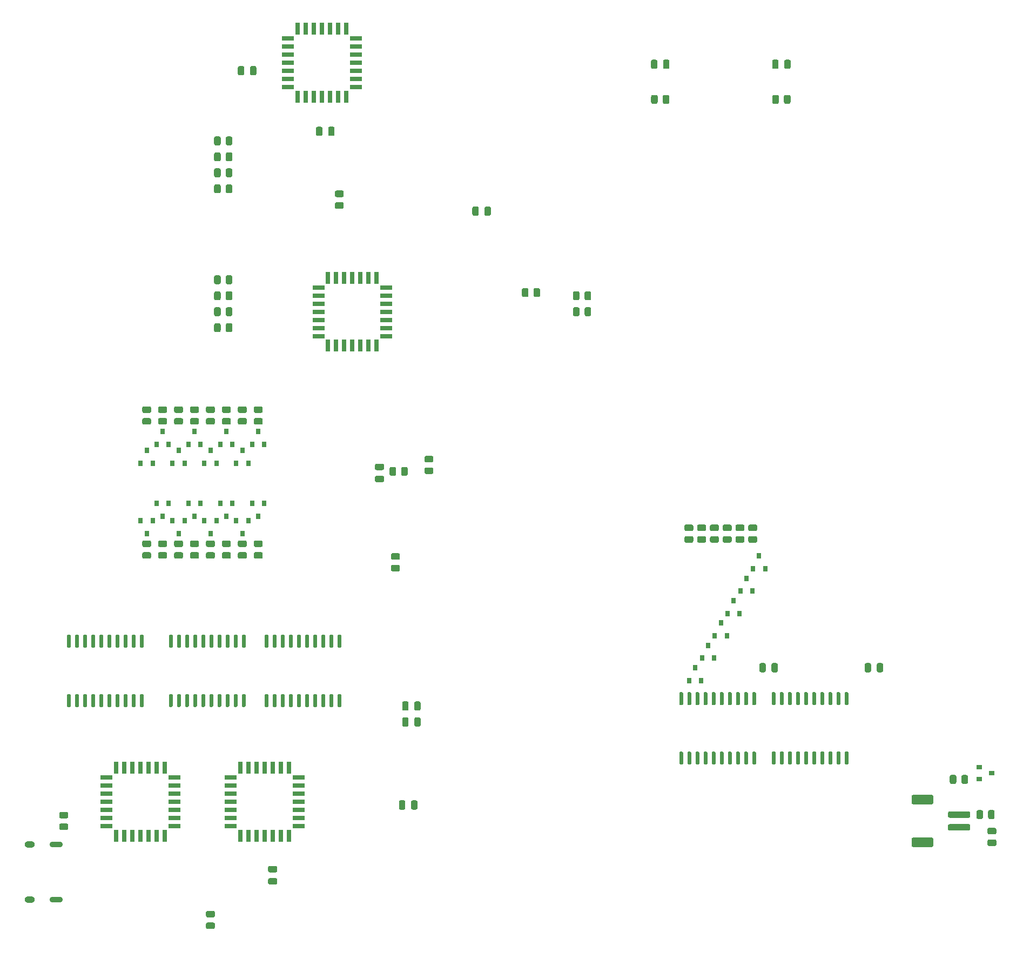
<source format=gbr>
G04 #@! TF.GenerationSoftware,KiCad,Pcbnew,5.1.7-a382d34a8~88~ubuntu20.04.1*
G04 #@! TF.CreationDate,2021-04-25T17:04:25-07:00*
G04 #@! TF.ProjectId,tec-1,7465632d-312e-46b6-9963-61645f706362,Apr2021*
G04 #@! TF.SameCoordinates,Original*
G04 #@! TF.FileFunction,Paste,Bot*
G04 #@! TF.FilePolarity,Positive*
%FSLAX46Y46*%
G04 Gerber Fmt 4.6, Leading zero omitted, Abs format (unit mm)*
G04 Created by KiCad (PCBNEW 5.1.7-a382d34a8~88~ubuntu20.04.1) date 2021-04-25 17:04:25*
%MOMM*%
%LPD*%
G01*
G04 APERTURE LIST*
%ADD10R,1.925000X0.700000*%
%ADD11R,0.700000X1.925000*%
%ADD12R,0.900000X0.800000*%
%ADD13R,0.800000X0.900000*%
%ADD14O,2.100000X0.900000*%
%ADD15O,1.600000X1.000000*%
G04 APERTURE END LIST*
G04 #@! TO.C,C21*
G36*
G01*
X76975000Y-99050000D02*
X76025000Y-99050000D01*
G75*
G02*
X75775000Y-98800000I0J250000D01*
G01*
X75775000Y-98300000D01*
G75*
G02*
X76025000Y-98050000I250000J0D01*
G01*
X76975000Y-98050000D01*
G75*
G02*
X77225000Y-98300000I0J-250000D01*
G01*
X77225000Y-98800000D01*
G75*
G02*
X76975000Y-99050000I-250000J0D01*
G01*
G37*
G36*
G01*
X76975000Y-100950000D02*
X76025000Y-100950000D01*
G75*
G02*
X75775000Y-100700000I0J250000D01*
G01*
X75775000Y-100200000D01*
G75*
G02*
X76025000Y-99950000I250000J0D01*
G01*
X76975000Y-99950000D01*
G75*
G02*
X77225000Y-100200000I0J-250000D01*
G01*
X77225000Y-100700000D01*
G75*
G02*
X76975000Y-100950000I-250000J0D01*
G01*
G37*
G04 #@! TD*
D10*
G04 #@! TO.C,U17*
X77572500Y-78060000D03*
X77572500Y-76790000D03*
X77572500Y-75520000D03*
X77572500Y-74250000D03*
X77572500Y-72980000D03*
X77572500Y-71710000D03*
X77572500Y-70440000D03*
D11*
X76060000Y-68927500D03*
X74790000Y-68927500D03*
X73520000Y-68927500D03*
X72250000Y-68927500D03*
X70980000Y-68927500D03*
X69710000Y-68927500D03*
X68440000Y-68927500D03*
D10*
X66927500Y-70440000D03*
X66927500Y-71710000D03*
X66927500Y-72980000D03*
X66927500Y-74250000D03*
X66927500Y-75520000D03*
X66927500Y-76790000D03*
X66927500Y-78060000D03*
D11*
X76060000Y-79572500D03*
X74790000Y-79572500D03*
X73520000Y-79572500D03*
X68440000Y-79572500D03*
X69710000Y-79572500D03*
X70980000Y-79572500D03*
X72250000Y-79572500D03*
G04 #@! TD*
G04 #@! TO.C,R47*
G36*
G01*
X51600000Y-76299999D02*
X51600000Y-77200001D01*
G75*
G02*
X51350001Y-77450000I-249999J0D01*
G01*
X50824999Y-77450000D01*
G75*
G02*
X50575000Y-77200001I0J249999D01*
G01*
X50575000Y-76299999D01*
G75*
G02*
X50824999Y-76050000I249999J0D01*
G01*
X51350001Y-76050000D01*
G75*
G02*
X51600000Y-76299999I0J-249999D01*
G01*
G37*
G36*
G01*
X53425000Y-76299999D02*
X53425000Y-77200001D01*
G75*
G02*
X53175001Y-77450000I-249999J0D01*
G01*
X52649999Y-77450000D01*
G75*
G02*
X52400000Y-77200001I0J249999D01*
G01*
X52400000Y-76299999D01*
G75*
G02*
X52649999Y-76050000I249999J0D01*
G01*
X53175001Y-76050000D01*
G75*
G02*
X53425000Y-76299999I0J-249999D01*
G01*
G37*
G04 #@! TD*
G04 #@! TO.C,R46*
G36*
G01*
X51600000Y-73799999D02*
X51600000Y-74700001D01*
G75*
G02*
X51350001Y-74950000I-249999J0D01*
G01*
X50824999Y-74950000D01*
G75*
G02*
X50575000Y-74700001I0J249999D01*
G01*
X50575000Y-73799999D01*
G75*
G02*
X50824999Y-73550000I249999J0D01*
G01*
X51350001Y-73550000D01*
G75*
G02*
X51600000Y-73799999I0J-249999D01*
G01*
G37*
G36*
G01*
X53425000Y-73799999D02*
X53425000Y-74700001D01*
G75*
G02*
X53175001Y-74950000I-249999J0D01*
G01*
X52649999Y-74950000D01*
G75*
G02*
X52400000Y-74700001I0J249999D01*
G01*
X52400000Y-73799999D01*
G75*
G02*
X52649999Y-73550000I249999J0D01*
G01*
X53175001Y-73550000D01*
G75*
G02*
X53425000Y-73799999I0J-249999D01*
G01*
G37*
G04 #@! TD*
G04 #@! TO.C,R45*
G36*
G01*
X51600000Y-71299999D02*
X51600000Y-72200001D01*
G75*
G02*
X51350001Y-72450000I-249999J0D01*
G01*
X50824999Y-72450000D01*
G75*
G02*
X50575000Y-72200001I0J249999D01*
G01*
X50575000Y-71299999D01*
G75*
G02*
X50824999Y-71050000I249999J0D01*
G01*
X51350001Y-71050000D01*
G75*
G02*
X51600000Y-71299999I0J-249999D01*
G01*
G37*
G36*
G01*
X53425000Y-71299999D02*
X53425000Y-72200001D01*
G75*
G02*
X53175001Y-72450000I-249999J0D01*
G01*
X52649999Y-72450000D01*
G75*
G02*
X52400000Y-72200001I0J249999D01*
G01*
X52400000Y-71299999D01*
G75*
G02*
X52649999Y-71050000I249999J0D01*
G01*
X53175001Y-71050000D01*
G75*
G02*
X53425000Y-71299999I0J-249999D01*
G01*
G37*
G04 #@! TD*
G04 #@! TO.C,R44*
G36*
G01*
X51600000Y-68799999D02*
X51600000Y-69700001D01*
G75*
G02*
X51350001Y-69950000I-249999J0D01*
G01*
X50824999Y-69950000D01*
G75*
G02*
X50575000Y-69700001I0J249999D01*
G01*
X50575000Y-68799999D01*
G75*
G02*
X50824999Y-68550000I249999J0D01*
G01*
X51350001Y-68550000D01*
G75*
G02*
X51600000Y-68799999I0J-249999D01*
G01*
G37*
G36*
G01*
X53425000Y-68799999D02*
X53425000Y-69700001D01*
G75*
G02*
X53175001Y-69950000I-249999J0D01*
G01*
X52649999Y-69950000D01*
G75*
G02*
X52400000Y-69700001I0J249999D01*
G01*
X52400000Y-68799999D01*
G75*
G02*
X52649999Y-68550000I249999J0D01*
G01*
X53175001Y-68550000D01*
G75*
G02*
X53425000Y-68799999I0J-249999D01*
G01*
G37*
G04 #@! TD*
G04 #@! TO.C,R43*
G36*
G01*
X83799999Y-98650000D02*
X84700001Y-98650000D01*
G75*
G02*
X84950000Y-98899999I0J-249999D01*
G01*
X84950000Y-99425001D01*
G75*
G02*
X84700001Y-99675000I-249999J0D01*
G01*
X83799999Y-99675000D01*
G75*
G02*
X83550000Y-99425001I0J249999D01*
G01*
X83550000Y-98899999D01*
G75*
G02*
X83799999Y-98650000I249999J0D01*
G01*
G37*
G36*
G01*
X83799999Y-96825000D02*
X84700001Y-96825000D01*
G75*
G02*
X84950000Y-97074999I0J-249999D01*
G01*
X84950000Y-97600001D01*
G75*
G02*
X84700001Y-97850000I-249999J0D01*
G01*
X83799999Y-97850000D01*
G75*
G02*
X83550000Y-97600001I0J249999D01*
G01*
X83550000Y-97074999D01*
G75*
G02*
X83799999Y-96825000I249999J0D01*
G01*
G37*
G04 #@! TD*
G04 #@! TO.C,R42*
G36*
G01*
X79100000Y-98799999D02*
X79100000Y-99700001D01*
G75*
G02*
X78850001Y-99950000I-249999J0D01*
G01*
X78324999Y-99950000D01*
G75*
G02*
X78075000Y-99700001I0J249999D01*
G01*
X78075000Y-98799999D01*
G75*
G02*
X78324999Y-98550000I249999J0D01*
G01*
X78850001Y-98550000D01*
G75*
G02*
X79100000Y-98799999I0J-249999D01*
G01*
G37*
G36*
G01*
X80925000Y-98799999D02*
X80925000Y-99700001D01*
G75*
G02*
X80675001Y-99950000I-249999J0D01*
G01*
X80149999Y-99950000D01*
G75*
G02*
X79900000Y-99700001I0J249999D01*
G01*
X79900000Y-98799999D01*
G75*
G02*
X80149999Y-98550000I249999J0D01*
G01*
X80675001Y-98550000D01*
G75*
G02*
X80925000Y-98799999I0J-249999D01*
G01*
G37*
G04 #@! TD*
G04 #@! TO.C,J2*
G36*
G01*
X163050000Y-151400000D02*
X160150000Y-151400000D01*
G75*
G02*
X159900000Y-151150000I0J250000D01*
G01*
X159900000Y-150150000D01*
G75*
G02*
X160150000Y-149900000I250000J0D01*
G01*
X163050000Y-149900000D01*
G75*
G02*
X163300000Y-150150000I0J-250000D01*
G01*
X163300000Y-151150000D01*
G75*
G02*
X163050000Y-151400000I-250000J0D01*
G01*
G37*
G36*
G01*
X163050000Y-158100000D02*
X160150000Y-158100000D01*
G75*
G02*
X159900000Y-157850000I0J250000D01*
G01*
X159900000Y-156850000D01*
G75*
G02*
X160150000Y-156600000I250000J0D01*
G01*
X163050000Y-156600000D01*
G75*
G02*
X163300000Y-156850000I0J-250000D01*
G01*
X163300000Y-157850000D01*
G75*
G02*
X163050000Y-158100000I-250000J0D01*
G01*
G37*
G36*
G01*
X168850000Y-153500000D02*
X165850000Y-153500000D01*
G75*
G02*
X165600000Y-153250000I0J250000D01*
G01*
X165600000Y-152750000D01*
G75*
G02*
X165850000Y-152500000I250000J0D01*
G01*
X168850000Y-152500000D01*
G75*
G02*
X169100000Y-152750000I0J-250000D01*
G01*
X169100000Y-153250000D01*
G75*
G02*
X168850000Y-153500000I-250000J0D01*
G01*
G37*
G36*
G01*
X168850000Y-155500000D02*
X165850000Y-155500000D01*
G75*
G02*
X165600000Y-155250000I0J250000D01*
G01*
X165600000Y-154750000D01*
G75*
G02*
X165850000Y-154500000I250000J0D01*
G01*
X168850000Y-154500000D01*
G75*
G02*
X169100000Y-154750000I0J-250000D01*
G01*
X169100000Y-155250000D01*
G75*
G02*
X168850000Y-155500000I-250000J0D01*
G01*
G37*
G04 #@! TD*
D12*
G04 #@! TO.C,Q1*
X172500000Y-146500000D03*
X170500000Y-145550000D03*
X170500000Y-147450000D03*
G04 #@! TD*
G04 #@! TO.C,U16*
G36*
G01*
X39365000Y-126875000D02*
X39065000Y-126875000D01*
G75*
G02*
X38915000Y-126725000I0J150000D01*
G01*
X38915000Y-124975000D01*
G75*
G02*
X39065000Y-124825000I150000J0D01*
G01*
X39365000Y-124825000D01*
G75*
G02*
X39515000Y-124975000I0J-150000D01*
G01*
X39515000Y-126725000D01*
G75*
G02*
X39365000Y-126875000I-150000J0D01*
G01*
G37*
G36*
G01*
X38095000Y-126875000D02*
X37795000Y-126875000D01*
G75*
G02*
X37645000Y-126725000I0J150000D01*
G01*
X37645000Y-124975000D01*
G75*
G02*
X37795000Y-124825000I150000J0D01*
G01*
X38095000Y-124825000D01*
G75*
G02*
X38245000Y-124975000I0J-150000D01*
G01*
X38245000Y-126725000D01*
G75*
G02*
X38095000Y-126875000I-150000J0D01*
G01*
G37*
G36*
G01*
X36825000Y-126875000D02*
X36525000Y-126875000D01*
G75*
G02*
X36375000Y-126725000I0J150000D01*
G01*
X36375000Y-124975000D01*
G75*
G02*
X36525000Y-124825000I150000J0D01*
G01*
X36825000Y-124825000D01*
G75*
G02*
X36975000Y-124975000I0J-150000D01*
G01*
X36975000Y-126725000D01*
G75*
G02*
X36825000Y-126875000I-150000J0D01*
G01*
G37*
G36*
G01*
X35555000Y-126875000D02*
X35255000Y-126875000D01*
G75*
G02*
X35105000Y-126725000I0J150000D01*
G01*
X35105000Y-124975000D01*
G75*
G02*
X35255000Y-124825000I150000J0D01*
G01*
X35555000Y-124825000D01*
G75*
G02*
X35705000Y-124975000I0J-150000D01*
G01*
X35705000Y-126725000D01*
G75*
G02*
X35555000Y-126875000I-150000J0D01*
G01*
G37*
G36*
G01*
X34285000Y-126875000D02*
X33985000Y-126875000D01*
G75*
G02*
X33835000Y-126725000I0J150000D01*
G01*
X33835000Y-124975000D01*
G75*
G02*
X33985000Y-124825000I150000J0D01*
G01*
X34285000Y-124825000D01*
G75*
G02*
X34435000Y-124975000I0J-150000D01*
G01*
X34435000Y-126725000D01*
G75*
G02*
X34285000Y-126875000I-150000J0D01*
G01*
G37*
G36*
G01*
X33015000Y-126875000D02*
X32715000Y-126875000D01*
G75*
G02*
X32565000Y-126725000I0J150000D01*
G01*
X32565000Y-124975000D01*
G75*
G02*
X32715000Y-124825000I150000J0D01*
G01*
X33015000Y-124825000D01*
G75*
G02*
X33165000Y-124975000I0J-150000D01*
G01*
X33165000Y-126725000D01*
G75*
G02*
X33015000Y-126875000I-150000J0D01*
G01*
G37*
G36*
G01*
X31745000Y-126875000D02*
X31445000Y-126875000D01*
G75*
G02*
X31295000Y-126725000I0J150000D01*
G01*
X31295000Y-124975000D01*
G75*
G02*
X31445000Y-124825000I150000J0D01*
G01*
X31745000Y-124825000D01*
G75*
G02*
X31895000Y-124975000I0J-150000D01*
G01*
X31895000Y-126725000D01*
G75*
G02*
X31745000Y-126875000I-150000J0D01*
G01*
G37*
G36*
G01*
X30475000Y-126875000D02*
X30175000Y-126875000D01*
G75*
G02*
X30025000Y-126725000I0J150000D01*
G01*
X30025000Y-124975000D01*
G75*
G02*
X30175000Y-124825000I150000J0D01*
G01*
X30475000Y-124825000D01*
G75*
G02*
X30625000Y-124975000I0J-150000D01*
G01*
X30625000Y-126725000D01*
G75*
G02*
X30475000Y-126875000I-150000J0D01*
G01*
G37*
G36*
G01*
X29205000Y-126875000D02*
X28905000Y-126875000D01*
G75*
G02*
X28755000Y-126725000I0J150000D01*
G01*
X28755000Y-124975000D01*
G75*
G02*
X28905000Y-124825000I150000J0D01*
G01*
X29205000Y-124825000D01*
G75*
G02*
X29355000Y-124975000I0J-150000D01*
G01*
X29355000Y-126725000D01*
G75*
G02*
X29205000Y-126875000I-150000J0D01*
G01*
G37*
G36*
G01*
X27935000Y-126875000D02*
X27635000Y-126875000D01*
G75*
G02*
X27485000Y-126725000I0J150000D01*
G01*
X27485000Y-124975000D01*
G75*
G02*
X27635000Y-124825000I150000J0D01*
G01*
X27935000Y-124825000D01*
G75*
G02*
X28085000Y-124975000I0J-150000D01*
G01*
X28085000Y-126725000D01*
G75*
G02*
X27935000Y-126875000I-150000J0D01*
G01*
G37*
G36*
G01*
X27935000Y-136175000D02*
X27635000Y-136175000D01*
G75*
G02*
X27485000Y-136025000I0J150000D01*
G01*
X27485000Y-134275000D01*
G75*
G02*
X27635000Y-134125000I150000J0D01*
G01*
X27935000Y-134125000D01*
G75*
G02*
X28085000Y-134275000I0J-150000D01*
G01*
X28085000Y-136025000D01*
G75*
G02*
X27935000Y-136175000I-150000J0D01*
G01*
G37*
G36*
G01*
X29205000Y-136175000D02*
X28905000Y-136175000D01*
G75*
G02*
X28755000Y-136025000I0J150000D01*
G01*
X28755000Y-134275000D01*
G75*
G02*
X28905000Y-134125000I150000J0D01*
G01*
X29205000Y-134125000D01*
G75*
G02*
X29355000Y-134275000I0J-150000D01*
G01*
X29355000Y-136025000D01*
G75*
G02*
X29205000Y-136175000I-150000J0D01*
G01*
G37*
G36*
G01*
X30475000Y-136175000D02*
X30175000Y-136175000D01*
G75*
G02*
X30025000Y-136025000I0J150000D01*
G01*
X30025000Y-134275000D01*
G75*
G02*
X30175000Y-134125000I150000J0D01*
G01*
X30475000Y-134125000D01*
G75*
G02*
X30625000Y-134275000I0J-150000D01*
G01*
X30625000Y-136025000D01*
G75*
G02*
X30475000Y-136175000I-150000J0D01*
G01*
G37*
G36*
G01*
X31745000Y-136175000D02*
X31445000Y-136175000D01*
G75*
G02*
X31295000Y-136025000I0J150000D01*
G01*
X31295000Y-134275000D01*
G75*
G02*
X31445000Y-134125000I150000J0D01*
G01*
X31745000Y-134125000D01*
G75*
G02*
X31895000Y-134275000I0J-150000D01*
G01*
X31895000Y-136025000D01*
G75*
G02*
X31745000Y-136175000I-150000J0D01*
G01*
G37*
G36*
G01*
X33015000Y-136175000D02*
X32715000Y-136175000D01*
G75*
G02*
X32565000Y-136025000I0J150000D01*
G01*
X32565000Y-134275000D01*
G75*
G02*
X32715000Y-134125000I150000J0D01*
G01*
X33015000Y-134125000D01*
G75*
G02*
X33165000Y-134275000I0J-150000D01*
G01*
X33165000Y-136025000D01*
G75*
G02*
X33015000Y-136175000I-150000J0D01*
G01*
G37*
G36*
G01*
X34285000Y-136175000D02*
X33985000Y-136175000D01*
G75*
G02*
X33835000Y-136025000I0J150000D01*
G01*
X33835000Y-134275000D01*
G75*
G02*
X33985000Y-134125000I150000J0D01*
G01*
X34285000Y-134125000D01*
G75*
G02*
X34435000Y-134275000I0J-150000D01*
G01*
X34435000Y-136025000D01*
G75*
G02*
X34285000Y-136175000I-150000J0D01*
G01*
G37*
G36*
G01*
X35555000Y-136175000D02*
X35255000Y-136175000D01*
G75*
G02*
X35105000Y-136025000I0J150000D01*
G01*
X35105000Y-134275000D01*
G75*
G02*
X35255000Y-134125000I150000J0D01*
G01*
X35555000Y-134125000D01*
G75*
G02*
X35705000Y-134275000I0J-150000D01*
G01*
X35705000Y-136025000D01*
G75*
G02*
X35555000Y-136175000I-150000J0D01*
G01*
G37*
G36*
G01*
X36825000Y-136175000D02*
X36525000Y-136175000D01*
G75*
G02*
X36375000Y-136025000I0J150000D01*
G01*
X36375000Y-134275000D01*
G75*
G02*
X36525000Y-134125000I150000J0D01*
G01*
X36825000Y-134125000D01*
G75*
G02*
X36975000Y-134275000I0J-150000D01*
G01*
X36975000Y-136025000D01*
G75*
G02*
X36825000Y-136175000I-150000J0D01*
G01*
G37*
G36*
G01*
X38095000Y-136175000D02*
X37795000Y-136175000D01*
G75*
G02*
X37645000Y-136025000I0J150000D01*
G01*
X37645000Y-134275000D01*
G75*
G02*
X37795000Y-134125000I150000J0D01*
G01*
X38095000Y-134125000D01*
G75*
G02*
X38245000Y-134275000I0J-150000D01*
G01*
X38245000Y-136025000D01*
G75*
G02*
X38095000Y-136175000I-150000J0D01*
G01*
G37*
G36*
G01*
X39365000Y-136175000D02*
X39065000Y-136175000D01*
G75*
G02*
X38915000Y-136025000I0J150000D01*
G01*
X38915000Y-134275000D01*
G75*
G02*
X39065000Y-134125000I150000J0D01*
G01*
X39365000Y-134125000D01*
G75*
G02*
X39515000Y-134275000I0J-150000D01*
G01*
X39515000Y-136025000D01*
G75*
G02*
X39365000Y-136175000I-150000J0D01*
G01*
G37*
G04 #@! TD*
G04 #@! TO.C,U15*
G36*
G01*
X70365000Y-126875000D02*
X70065000Y-126875000D01*
G75*
G02*
X69915000Y-126725000I0J150000D01*
G01*
X69915000Y-124975000D01*
G75*
G02*
X70065000Y-124825000I150000J0D01*
G01*
X70365000Y-124825000D01*
G75*
G02*
X70515000Y-124975000I0J-150000D01*
G01*
X70515000Y-126725000D01*
G75*
G02*
X70365000Y-126875000I-150000J0D01*
G01*
G37*
G36*
G01*
X69095000Y-126875000D02*
X68795000Y-126875000D01*
G75*
G02*
X68645000Y-126725000I0J150000D01*
G01*
X68645000Y-124975000D01*
G75*
G02*
X68795000Y-124825000I150000J0D01*
G01*
X69095000Y-124825000D01*
G75*
G02*
X69245000Y-124975000I0J-150000D01*
G01*
X69245000Y-126725000D01*
G75*
G02*
X69095000Y-126875000I-150000J0D01*
G01*
G37*
G36*
G01*
X67825000Y-126875000D02*
X67525000Y-126875000D01*
G75*
G02*
X67375000Y-126725000I0J150000D01*
G01*
X67375000Y-124975000D01*
G75*
G02*
X67525000Y-124825000I150000J0D01*
G01*
X67825000Y-124825000D01*
G75*
G02*
X67975000Y-124975000I0J-150000D01*
G01*
X67975000Y-126725000D01*
G75*
G02*
X67825000Y-126875000I-150000J0D01*
G01*
G37*
G36*
G01*
X66555000Y-126875000D02*
X66255000Y-126875000D01*
G75*
G02*
X66105000Y-126725000I0J150000D01*
G01*
X66105000Y-124975000D01*
G75*
G02*
X66255000Y-124825000I150000J0D01*
G01*
X66555000Y-124825000D01*
G75*
G02*
X66705000Y-124975000I0J-150000D01*
G01*
X66705000Y-126725000D01*
G75*
G02*
X66555000Y-126875000I-150000J0D01*
G01*
G37*
G36*
G01*
X65285000Y-126875000D02*
X64985000Y-126875000D01*
G75*
G02*
X64835000Y-126725000I0J150000D01*
G01*
X64835000Y-124975000D01*
G75*
G02*
X64985000Y-124825000I150000J0D01*
G01*
X65285000Y-124825000D01*
G75*
G02*
X65435000Y-124975000I0J-150000D01*
G01*
X65435000Y-126725000D01*
G75*
G02*
X65285000Y-126875000I-150000J0D01*
G01*
G37*
G36*
G01*
X64015000Y-126875000D02*
X63715000Y-126875000D01*
G75*
G02*
X63565000Y-126725000I0J150000D01*
G01*
X63565000Y-124975000D01*
G75*
G02*
X63715000Y-124825000I150000J0D01*
G01*
X64015000Y-124825000D01*
G75*
G02*
X64165000Y-124975000I0J-150000D01*
G01*
X64165000Y-126725000D01*
G75*
G02*
X64015000Y-126875000I-150000J0D01*
G01*
G37*
G36*
G01*
X62745000Y-126875000D02*
X62445000Y-126875000D01*
G75*
G02*
X62295000Y-126725000I0J150000D01*
G01*
X62295000Y-124975000D01*
G75*
G02*
X62445000Y-124825000I150000J0D01*
G01*
X62745000Y-124825000D01*
G75*
G02*
X62895000Y-124975000I0J-150000D01*
G01*
X62895000Y-126725000D01*
G75*
G02*
X62745000Y-126875000I-150000J0D01*
G01*
G37*
G36*
G01*
X61475000Y-126875000D02*
X61175000Y-126875000D01*
G75*
G02*
X61025000Y-126725000I0J150000D01*
G01*
X61025000Y-124975000D01*
G75*
G02*
X61175000Y-124825000I150000J0D01*
G01*
X61475000Y-124825000D01*
G75*
G02*
X61625000Y-124975000I0J-150000D01*
G01*
X61625000Y-126725000D01*
G75*
G02*
X61475000Y-126875000I-150000J0D01*
G01*
G37*
G36*
G01*
X60205000Y-126875000D02*
X59905000Y-126875000D01*
G75*
G02*
X59755000Y-126725000I0J150000D01*
G01*
X59755000Y-124975000D01*
G75*
G02*
X59905000Y-124825000I150000J0D01*
G01*
X60205000Y-124825000D01*
G75*
G02*
X60355000Y-124975000I0J-150000D01*
G01*
X60355000Y-126725000D01*
G75*
G02*
X60205000Y-126875000I-150000J0D01*
G01*
G37*
G36*
G01*
X58935000Y-126875000D02*
X58635000Y-126875000D01*
G75*
G02*
X58485000Y-126725000I0J150000D01*
G01*
X58485000Y-124975000D01*
G75*
G02*
X58635000Y-124825000I150000J0D01*
G01*
X58935000Y-124825000D01*
G75*
G02*
X59085000Y-124975000I0J-150000D01*
G01*
X59085000Y-126725000D01*
G75*
G02*
X58935000Y-126875000I-150000J0D01*
G01*
G37*
G36*
G01*
X58935000Y-136175000D02*
X58635000Y-136175000D01*
G75*
G02*
X58485000Y-136025000I0J150000D01*
G01*
X58485000Y-134275000D01*
G75*
G02*
X58635000Y-134125000I150000J0D01*
G01*
X58935000Y-134125000D01*
G75*
G02*
X59085000Y-134275000I0J-150000D01*
G01*
X59085000Y-136025000D01*
G75*
G02*
X58935000Y-136175000I-150000J0D01*
G01*
G37*
G36*
G01*
X60205000Y-136175000D02*
X59905000Y-136175000D01*
G75*
G02*
X59755000Y-136025000I0J150000D01*
G01*
X59755000Y-134275000D01*
G75*
G02*
X59905000Y-134125000I150000J0D01*
G01*
X60205000Y-134125000D01*
G75*
G02*
X60355000Y-134275000I0J-150000D01*
G01*
X60355000Y-136025000D01*
G75*
G02*
X60205000Y-136175000I-150000J0D01*
G01*
G37*
G36*
G01*
X61475000Y-136175000D02*
X61175000Y-136175000D01*
G75*
G02*
X61025000Y-136025000I0J150000D01*
G01*
X61025000Y-134275000D01*
G75*
G02*
X61175000Y-134125000I150000J0D01*
G01*
X61475000Y-134125000D01*
G75*
G02*
X61625000Y-134275000I0J-150000D01*
G01*
X61625000Y-136025000D01*
G75*
G02*
X61475000Y-136175000I-150000J0D01*
G01*
G37*
G36*
G01*
X62745000Y-136175000D02*
X62445000Y-136175000D01*
G75*
G02*
X62295000Y-136025000I0J150000D01*
G01*
X62295000Y-134275000D01*
G75*
G02*
X62445000Y-134125000I150000J0D01*
G01*
X62745000Y-134125000D01*
G75*
G02*
X62895000Y-134275000I0J-150000D01*
G01*
X62895000Y-136025000D01*
G75*
G02*
X62745000Y-136175000I-150000J0D01*
G01*
G37*
G36*
G01*
X64015000Y-136175000D02*
X63715000Y-136175000D01*
G75*
G02*
X63565000Y-136025000I0J150000D01*
G01*
X63565000Y-134275000D01*
G75*
G02*
X63715000Y-134125000I150000J0D01*
G01*
X64015000Y-134125000D01*
G75*
G02*
X64165000Y-134275000I0J-150000D01*
G01*
X64165000Y-136025000D01*
G75*
G02*
X64015000Y-136175000I-150000J0D01*
G01*
G37*
G36*
G01*
X65285000Y-136175000D02*
X64985000Y-136175000D01*
G75*
G02*
X64835000Y-136025000I0J150000D01*
G01*
X64835000Y-134275000D01*
G75*
G02*
X64985000Y-134125000I150000J0D01*
G01*
X65285000Y-134125000D01*
G75*
G02*
X65435000Y-134275000I0J-150000D01*
G01*
X65435000Y-136025000D01*
G75*
G02*
X65285000Y-136175000I-150000J0D01*
G01*
G37*
G36*
G01*
X66555000Y-136175000D02*
X66255000Y-136175000D01*
G75*
G02*
X66105000Y-136025000I0J150000D01*
G01*
X66105000Y-134275000D01*
G75*
G02*
X66255000Y-134125000I150000J0D01*
G01*
X66555000Y-134125000D01*
G75*
G02*
X66705000Y-134275000I0J-150000D01*
G01*
X66705000Y-136025000D01*
G75*
G02*
X66555000Y-136175000I-150000J0D01*
G01*
G37*
G36*
G01*
X67825000Y-136175000D02*
X67525000Y-136175000D01*
G75*
G02*
X67375000Y-136025000I0J150000D01*
G01*
X67375000Y-134275000D01*
G75*
G02*
X67525000Y-134125000I150000J0D01*
G01*
X67825000Y-134125000D01*
G75*
G02*
X67975000Y-134275000I0J-150000D01*
G01*
X67975000Y-136025000D01*
G75*
G02*
X67825000Y-136175000I-150000J0D01*
G01*
G37*
G36*
G01*
X69095000Y-136175000D02*
X68795000Y-136175000D01*
G75*
G02*
X68645000Y-136025000I0J150000D01*
G01*
X68645000Y-134275000D01*
G75*
G02*
X68795000Y-134125000I150000J0D01*
G01*
X69095000Y-134125000D01*
G75*
G02*
X69245000Y-134275000I0J-150000D01*
G01*
X69245000Y-136025000D01*
G75*
G02*
X69095000Y-136175000I-150000J0D01*
G01*
G37*
G36*
G01*
X70365000Y-136175000D02*
X70065000Y-136175000D01*
G75*
G02*
X69915000Y-136025000I0J150000D01*
G01*
X69915000Y-134275000D01*
G75*
G02*
X70065000Y-134125000I150000J0D01*
G01*
X70365000Y-134125000D01*
G75*
G02*
X70515000Y-134275000I0J-150000D01*
G01*
X70515000Y-136025000D01*
G75*
G02*
X70365000Y-136175000I-150000J0D01*
G01*
G37*
G04 #@! TD*
G04 #@! TO.C,U14*
G36*
G01*
X55365000Y-126875000D02*
X55065000Y-126875000D01*
G75*
G02*
X54915000Y-126725000I0J150000D01*
G01*
X54915000Y-124975000D01*
G75*
G02*
X55065000Y-124825000I150000J0D01*
G01*
X55365000Y-124825000D01*
G75*
G02*
X55515000Y-124975000I0J-150000D01*
G01*
X55515000Y-126725000D01*
G75*
G02*
X55365000Y-126875000I-150000J0D01*
G01*
G37*
G36*
G01*
X54095000Y-126875000D02*
X53795000Y-126875000D01*
G75*
G02*
X53645000Y-126725000I0J150000D01*
G01*
X53645000Y-124975000D01*
G75*
G02*
X53795000Y-124825000I150000J0D01*
G01*
X54095000Y-124825000D01*
G75*
G02*
X54245000Y-124975000I0J-150000D01*
G01*
X54245000Y-126725000D01*
G75*
G02*
X54095000Y-126875000I-150000J0D01*
G01*
G37*
G36*
G01*
X52825000Y-126875000D02*
X52525000Y-126875000D01*
G75*
G02*
X52375000Y-126725000I0J150000D01*
G01*
X52375000Y-124975000D01*
G75*
G02*
X52525000Y-124825000I150000J0D01*
G01*
X52825000Y-124825000D01*
G75*
G02*
X52975000Y-124975000I0J-150000D01*
G01*
X52975000Y-126725000D01*
G75*
G02*
X52825000Y-126875000I-150000J0D01*
G01*
G37*
G36*
G01*
X51555000Y-126875000D02*
X51255000Y-126875000D01*
G75*
G02*
X51105000Y-126725000I0J150000D01*
G01*
X51105000Y-124975000D01*
G75*
G02*
X51255000Y-124825000I150000J0D01*
G01*
X51555000Y-124825000D01*
G75*
G02*
X51705000Y-124975000I0J-150000D01*
G01*
X51705000Y-126725000D01*
G75*
G02*
X51555000Y-126875000I-150000J0D01*
G01*
G37*
G36*
G01*
X50285000Y-126875000D02*
X49985000Y-126875000D01*
G75*
G02*
X49835000Y-126725000I0J150000D01*
G01*
X49835000Y-124975000D01*
G75*
G02*
X49985000Y-124825000I150000J0D01*
G01*
X50285000Y-124825000D01*
G75*
G02*
X50435000Y-124975000I0J-150000D01*
G01*
X50435000Y-126725000D01*
G75*
G02*
X50285000Y-126875000I-150000J0D01*
G01*
G37*
G36*
G01*
X49015000Y-126875000D02*
X48715000Y-126875000D01*
G75*
G02*
X48565000Y-126725000I0J150000D01*
G01*
X48565000Y-124975000D01*
G75*
G02*
X48715000Y-124825000I150000J0D01*
G01*
X49015000Y-124825000D01*
G75*
G02*
X49165000Y-124975000I0J-150000D01*
G01*
X49165000Y-126725000D01*
G75*
G02*
X49015000Y-126875000I-150000J0D01*
G01*
G37*
G36*
G01*
X47745000Y-126875000D02*
X47445000Y-126875000D01*
G75*
G02*
X47295000Y-126725000I0J150000D01*
G01*
X47295000Y-124975000D01*
G75*
G02*
X47445000Y-124825000I150000J0D01*
G01*
X47745000Y-124825000D01*
G75*
G02*
X47895000Y-124975000I0J-150000D01*
G01*
X47895000Y-126725000D01*
G75*
G02*
X47745000Y-126875000I-150000J0D01*
G01*
G37*
G36*
G01*
X46475000Y-126875000D02*
X46175000Y-126875000D01*
G75*
G02*
X46025000Y-126725000I0J150000D01*
G01*
X46025000Y-124975000D01*
G75*
G02*
X46175000Y-124825000I150000J0D01*
G01*
X46475000Y-124825000D01*
G75*
G02*
X46625000Y-124975000I0J-150000D01*
G01*
X46625000Y-126725000D01*
G75*
G02*
X46475000Y-126875000I-150000J0D01*
G01*
G37*
G36*
G01*
X45205000Y-126875000D02*
X44905000Y-126875000D01*
G75*
G02*
X44755000Y-126725000I0J150000D01*
G01*
X44755000Y-124975000D01*
G75*
G02*
X44905000Y-124825000I150000J0D01*
G01*
X45205000Y-124825000D01*
G75*
G02*
X45355000Y-124975000I0J-150000D01*
G01*
X45355000Y-126725000D01*
G75*
G02*
X45205000Y-126875000I-150000J0D01*
G01*
G37*
G36*
G01*
X43935000Y-126875000D02*
X43635000Y-126875000D01*
G75*
G02*
X43485000Y-126725000I0J150000D01*
G01*
X43485000Y-124975000D01*
G75*
G02*
X43635000Y-124825000I150000J0D01*
G01*
X43935000Y-124825000D01*
G75*
G02*
X44085000Y-124975000I0J-150000D01*
G01*
X44085000Y-126725000D01*
G75*
G02*
X43935000Y-126875000I-150000J0D01*
G01*
G37*
G36*
G01*
X43935000Y-136175000D02*
X43635000Y-136175000D01*
G75*
G02*
X43485000Y-136025000I0J150000D01*
G01*
X43485000Y-134275000D01*
G75*
G02*
X43635000Y-134125000I150000J0D01*
G01*
X43935000Y-134125000D01*
G75*
G02*
X44085000Y-134275000I0J-150000D01*
G01*
X44085000Y-136025000D01*
G75*
G02*
X43935000Y-136175000I-150000J0D01*
G01*
G37*
G36*
G01*
X45205000Y-136175000D02*
X44905000Y-136175000D01*
G75*
G02*
X44755000Y-136025000I0J150000D01*
G01*
X44755000Y-134275000D01*
G75*
G02*
X44905000Y-134125000I150000J0D01*
G01*
X45205000Y-134125000D01*
G75*
G02*
X45355000Y-134275000I0J-150000D01*
G01*
X45355000Y-136025000D01*
G75*
G02*
X45205000Y-136175000I-150000J0D01*
G01*
G37*
G36*
G01*
X46475000Y-136175000D02*
X46175000Y-136175000D01*
G75*
G02*
X46025000Y-136025000I0J150000D01*
G01*
X46025000Y-134275000D01*
G75*
G02*
X46175000Y-134125000I150000J0D01*
G01*
X46475000Y-134125000D01*
G75*
G02*
X46625000Y-134275000I0J-150000D01*
G01*
X46625000Y-136025000D01*
G75*
G02*
X46475000Y-136175000I-150000J0D01*
G01*
G37*
G36*
G01*
X47745000Y-136175000D02*
X47445000Y-136175000D01*
G75*
G02*
X47295000Y-136025000I0J150000D01*
G01*
X47295000Y-134275000D01*
G75*
G02*
X47445000Y-134125000I150000J0D01*
G01*
X47745000Y-134125000D01*
G75*
G02*
X47895000Y-134275000I0J-150000D01*
G01*
X47895000Y-136025000D01*
G75*
G02*
X47745000Y-136175000I-150000J0D01*
G01*
G37*
G36*
G01*
X49015000Y-136175000D02*
X48715000Y-136175000D01*
G75*
G02*
X48565000Y-136025000I0J150000D01*
G01*
X48565000Y-134275000D01*
G75*
G02*
X48715000Y-134125000I150000J0D01*
G01*
X49015000Y-134125000D01*
G75*
G02*
X49165000Y-134275000I0J-150000D01*
G01*
X49165000Y-136025000D01*
G75*
G02*
X49015000Y-136175000I-150000J0D01*
G01*
G37*
G36*
G01*
X50285000Y-136175000D02*
X49985000Y-136175000D01*
G75*
G02*
X49835000Y-136025000I0J150000D01*
G01*
X49835000Y-134275000D01*
G75*
G02*
X49985000Y-134125000I150000J0D01*
G01*
X50285000Y-134125000D01*
G75*
G02*
X50435000Y-134275000I0J-150000D01*
G01*
X50435000Y-136025000D01*
G75*
G02*
X50285000Y-136175000I-150000J0D01*
G01*
G37*
G36*
G01*
X51555000Y-136175000D02*
X51255000Y-136175000D01*
G75*
G02*
X51105000Y-136025000I0J150000D01*
G01*
X51105000Y-134275000D01*
G75*
G02*
X51255000Y-134125000I150000J0D01*
G01*
X51555000Y-134125000D01*
G75*
G02*
X51705000Y-134275000I0J-150000D01*
G01*
X51705000Y-136025000D01*
G75*
G02*
X51555000Y-136175000I-150000J0D01*
G01*
G37*
G36*
G01*
X52825000Y-136175000D02*
X52525000Y-136175000D01*
G75*
G02*
X52375000Y-136025000I0J150000D01*
G01*
X52375000Y-134275000D01*
G75*
G02*
X52525000Y-134125000I150000J0D01*
G01*
X52825000Y-134125000D01*
G75*
G02*
X52975000Y-134275000I0J-150000D01*
G01*
X52975000Y-136025000D01*
G75*
G02*
X52825000Y-136175000I-150000J0D01*
G01*
G37*
G36*
G01*
X54095000Y-136175000D02*
X53795000Y-136175000D01*
G75*
G02*
X53645000Y-136025000I0J150000D01*
G01*
X53645000Y-134275000D01*
G75*
G02*
X53795000Y-134125000I150000J0D01*
G01*
X54095000Y-134125000D01*
G75*
G02*
X54245000Y-134275000I0J-150000D01*
G01*
X54245000Y-136025000D01*
G75*
G02*
X54095000Y-136175000I-150000J0D01*
G01*
G37*
G36*
G01*
X55365000Y-136175000D02*
X55065000Y-136175000D01*
G75*
G02*
X54915000Y-136025000I0J150000D01*
G01*
X54915000Y-134275000D01*
G75*
G02*
X55065000Y-134125000I150000J0D01*
G01*
X55365000Y-134125000D01*
G75*
G02*
X55515000Y-134275000I0J-150000D01*
G01*
X55515000Y-136025000D01*
G75*
G02*
X55365000Y-136175000I-150000J0D01*
G01*
G37*
G04 #@! TD*
G04 #@! TO.C,U11*
G36*
G01*
X135365000Y-135875000D02*
X135065000Y-135875000D01*
G75*
G02*
X134915000Y-135725000I0J150000D01*
G01*
X134915000Y-133975000D01*
G75*
G02*
X135065000Y-133825000I150000J0D01*
G01*
X135365000Y-133825000D01*
G75*
G02*
X135515000Y-133975000I0J-150000D01*
G01*
X135515000Y-135725000D01*
G75*
G02*
X135365000Y-135875000I-150000J0D01*
G01*
G37*
G36*
G01*
X134095000Y-135875000D02*
X133795000Y-135875000D01*
G75*
G02*
X133645000Y-135725000I0J150000D01*
G01*
X133645000Y-133975000D01*
G75*
G02*
X133795000Y-133825000I150000J0D01*
G01*
X134095000Y-133825000D01*
G75*
G02*
X134245000Y-133975000I0J-150000D01*
G01*
X134245000Y-135725000D01*
G75*
G02*
X134095000Y-135875000I-150000J0D01*
G01*
G37*
G36*
G01*
X132825000Y-135875000D02*
X132525000Y-135875000D01*
G75*
G02*
X132375000Y-135725000I0J150000D01*
G01*
X132375000Y-133975000D01*
G75*
G02*
X132525000Y-133825000I150000J0D01*
G01*
X132825000Y-133825000D01*
G75*
G02*
X132975000Y-133975000I0J-150000D01*
G01*
X132975000Y-135725000D01*
G75*
G02*
X132825000Y-135875000I-150000J0D01*
G01*
G37*
G36*
G01*
X131555000Y-135875000D02*
X131255000Y-135875000D01*
G75*
G02*
X131105000Y-135725000I0J150000D01*
G01*
X131105000Y-133975000D01*
G75*
G02*
X131255000Y-133825000I150000J0D01*
G01*
X131555000Y-133825000D01*
G75*
G02*
X131705000Y-133975000I0J-150000D01*
G01*
X131705000Y-135725000D01*
G75*
G02*
X131555000Y-135875000I-150000J0D01*
G01*
G37*
G36*
G01*
X130285000Y-135875000D02*
X129985000Y-135875000D01*
G75*
G02*
X129835000Y-135725000I0J150000D01*
G01*
X129835000Y-133975000D01*
G75*
G02*
X129985000Y-133825000I150000J0D01*
G01*
X130285000Y-133825000D01*
G75*
G02*
X130435000Y-133975000I0J-150000D01*
G01*
X130435000Y-135725000D01*
G75*
G02*
X130285000Y-135875000I-150000J0D01*
G01*
G37*
G36*
G01*
X129015000Y-135875000D02*
X128715000Y-135875000D01*
G75*
G02*
X128565000Y-135725000I0J150000D01*
G01*
X128565000Y-133975000D01*
G75*
G02*
X128715000Y-133825000I150000J0D01*
G01*
X129015000Y-133825000D01*
G75*
G02*
X129165000Y-133975000I0J-150000D01*
G01*
X129165000Y-135725000D01*
G75*
G02*
X129015000Y-135875000I-150000J0D01*
G01*
G37*
G36*
G01*
X127745000Y-135875000D02*
X127445000Y-135875000D01*
G75*
G02*
X127295000Y-135725000I0J150000D01*
G01*
X127295000Y-133975000D01*
G75*
G02*
X127445000Y-133825000I150000J0D01*
G01*
X127745000Y-133825000D01*
G75*
G02*
X127895000Y-133975000I0J-150000D01*
G01*
X127895000Y-135725000D01*
G75*
G02*
X127745000Y-135875000I-150000J0D01*
G01*
G37*
G36*
G01*
X126475000Y-135875000D02*
X126175000Y-135875000D01*
G75*
G02*
X126025000Y-135725000I0J150000D01*
G01*
X126025000Y-133975000D01*
G75*
G02*
X126175000Y-133825000I150000J0D01*
G01*
X126475000Y-133825000D01*
G75*
G02*
X126625000Y-133975000I0J-150000D01*
G01*
X126625000Y-135725000D01*
G75*
G02*
X126475000Y-135875000I-150000J0D01*
G01*
G37*
G36*
G01*
X125205000Y-135875000D02*
X124905000Y-135875000D01*
G75*
G02*
X124755000Y-135725000I0J150000D01*
G01*
X124755000Y-133975000D01*
G75*
G02*
X124905000Y-133825000I150000J0D01*
G01*
X125205000Y-133825000D01*
G75*
G02*
X125355000Y-133975000I0J-150000D01*
G01*
X125355000Y-135725000D01*
G75*
G02*
X125205000Y-135875000I-150000J0D01*
G01*
G37*
G36*
G01*
X123935000Y-135875000D02*
X123635000Y-135875000D01*
G75*
G02*
X123485000Y-135725000I0J150000D01*
G01*
X123485000Y-133975000D01*
G75*
G02*
X123635000Y-133825000I150000J0D01*
G01*
X123935000Y-133825000D01*
G75*
G02*
X124085000Y-133975000I0J-150000D01*
G01*
X124085000Y-135725000D01*
G75*
G02*
X123935000Y-135875000I-150000J0D01*
G01*
G37*
G36*
G01*
X123935000Y-145175000D02*
X123635000Y-145175000D01*
G75*
G02*
X123485000Y-145025000I0J150000D01*
G01*
X123485000Y-143275000D01*
G75*
G02*
X123635000Y-143125000I150000J0D01*
G01*
X123935000Y-143125000D01*
G75*
G02*
X124085000Y-143275000I0J-150000D01*
G01*
X124085000Y-145025000D01*
G75*
G02*
X123935000Y-145175000I-150000J0D01*
G01*
G37*
G36*
G01*
X125205000Y-145175000D02*
X124905000Y-145175000D01*
G75*
G02*
X124755000Y-145025000I0J150000D01*
G01*
X124755000Y-143275000D01*
G75*
G02*
X124905000Y-143125000I150000J0D01*
G01*
X125205000Y-143125000D01*
G75*
G02*
X125355000Y-143275000I0J-150000D01*
G01*
X125355000Y-145025000D01*
G75*
G02*
X125205000Y-145175000I-150000J0D01*
G01*
G37*
G36*
G01*
X126475000Y-145175000D02*
X126175000Y-145175000D01*
G75*
G02*
X126025000Y-145025000I0J150000D01*
G01*
X126025000Y-143275000D01*
G75*
G02*
X126175000Y-143125000I150000J0D01*
G01*
X126475000Y-143125000D01*
G75*
G02*
X126625000Y-143275000I0J-150000D01*
G01*
X126625000Y-145025000D01*
G75*
G02*
X126475000Y-145175000I-150000J0D01*
G01*
G37*
G36*
G01*
X127745000Y-145175000D02*
X127445000Y-145175000D01*
G75*
G02*
X127295000Y-145025000I0J150000D01*
G01*
X127295000Y-143275000D01*
G75*
G02*
X127445000Y-143125000I150000J0D01*
G01*
X127745000Y-143125000D01*
G75*
G02*
X127895000Y-143275000I0J-150000D01*
G01*
X127895000Y-145025000D01*
G75*
G02*
X127745000Y-145175000I-150000J0D01*
G01*
G37*
G36*
G01*
X129015000Y-145175000D02*
X128715000Y-145175000D01*
G75*
G02*
X128565000Y-145025000I0J150000D01*
G01*
X128565000Y-143275000D01*
G75*
G02*
X128715000Y-143125000I150000J0D01*
G01*
X129015000Y-143125000D01*
G75*
G02*
X129165000Y-143275000I0J-150000D01*
G01*
X129165000Y-145025000D01*
G75*
G02*
X129015000Y-145175000I-150000J0D01*
G01*
G37*
G36*
G01*
X130285000Y-145175000D02*
X129985000Y-145175000D01*
G75*
G02*
X129835000Y-145025000I0J150000D01*
G01*
X129835000Y-143275000D01*
G75*
G02*
X129985000Y-143125000I150000J0D01*
G01*
X130285000Y-143125000D01*
G75*
G02*
X130435000Y-143275000I0J-150000D01*
G01*
X130435000Y-145025000D01*
G75*
G02*
X130285000Y-145175000I-150000J0D01*
G01*
G37*
G36*
G01*
X131555000Y-145175000D02*
X131255000Y-145175000D01*
G75*
G02*
X131105000Y-145025000I0J150000D01*
G01*
X131105000Y-143275000D01*
G75*
G02*
X131255000Y-143125000I150000J0D01*
G01*
X131555000Y-143125000D01*
G75*
G02*
X131705000Y-143275000I0J-150000D01*
G01*
X131705000Y-145025000D01*
G75*
G02*
X131555000Y-145175000I-150000J0D01*
G01*
G37*
G36*
G01*
X132825000Y-145175000D02*
X132525000Y-145175000D01*
G75*
G02*
X132375000Y-145025000I0J150000D01*
G01*
X132375000Y-143275000D01*
G75*
G02*
X132525000Y-143125000I150000J0D01*
G01*
X132825000Y-143125000D01*
G75*
G02*
X132975000Y-143275000I0J-150000D01*
G01*
X132975000Y-145025000D01*
G75*
G02*
X132825000Y-145175000I-150000J0D01*
G01*
G37*
G36*
G01*
X134095000Y-145175000D02*
X133795000Y-145175000D01*
G75*
G02*
X133645000Y-145025000I0J150000D01*
G01*
X133645000Y-143275000D01*
G75*
G02*
X133795000Y-143125000I150000J0D01*
G01*
X134095000Y-143125000D01*
G75*
G02*
X134245000Y-143275000I0J-150000D01*
G01*
X134245000Y-145025000D01*
G75*
G02*
X134095000Y-145175000I-150000J0D01*
G01*
G37*
G36*
G01*
X135365000Y-145175000D02*
X135065000Y-145175000D01*
G75*
G02*
X134915000Y-145025000I0J150000D01*
G01*
X134915000Y-143275000D01*
G75*
G02*
X135065000Y-143125000I150000J0D01*
G01*
X135365000Y-143125000D01*
G75*
G02*
X135515000Y-143275000I0J-150000D01*
G01*
X135515000Y-145025000D01*
G75*
G02*
X135365000Y-145175000I-150000J0D01*
G01*
G37*
G04 #@! TD*
G04 #@! TO.C,U10*
G36*
G01*
X149865000Y-135875000D02*
X149565000Y-135875000D01*
G75*
G02*
X149415000Y-135725000I0J150000D01*
G01*
X149415000Y-133975000D01*
G75*
G02*
X149565000Y-133825000I150000J0D01*
G01*
X149865000Y-133825000D01*
G75*
G02*
X150015000Y-133975000I0J-150000D01*
G01*
X150015000Y-135725000D01*
G75*
G02*
X149865000Y-135875000I-150000J0D01*
G01*
G37*
G36*
G01*
X148595000Y-135875000D02*
X148295000Y-135875000D01*
G75*
G02*
X148145000Y-135725000I0J150000D01*
G01*
X148145000Y-133975000D01*
G75*
G02*
X148295000Y-133825000I150000J0D01*
G01*
X148595000Y-133825000D01*
G75*
G02*
X148745000Y-133975000I0J-150000D01*
G01*
X148745000Y-135725000D01*
G75*
G02*
X148595000Y-135875000I-150000J0D01*
G01*
G37*
G36*
G01*
X147325000Y-135875000D02*
X147025000Y-135875000D01*
G75*
G02*
X146875000Y-135725000I0J150000D01*
G01*
X146875000Y-133975000D01*
G75*
G02*
X147025000Y-133825000I150000J0D01*
G01*
X147325000Y-133825000D01*
G75*
G02*
X147475000Y-133975000I0J-150000D01*
G01*
X147475000Y-135725000D01*
G75*
G02*
X147325000Y-135875000I-150000J0D01*
G01*
G37*
G36*
G01*
X146055000Y-135875000D02*
X145755000Y-135875000D01*
G75*
G02*
X145605000Y-135725000I0J150000D01*
G01*
X145605000Y-133975000D01*
G75*
G02*
X145755000Y-133825000I150000J0D01*
G01*
X146055000Y-133825000D01*
G75*
G02*
X146205000Y-133975000I0J-150000D01*
G01*
X146205000Y-135725000D01*
G75*
G02*
X146055000Y-135875000I-150000J0D01*
G01*
G37*
G36*
G01*
X144785000Y-135875000D02*
X144485000Y-135875000D01*
G75*
G02*
X144335000Y-135725000I0J150000D01*
G01*
X144335000Y-133975000D01*
G75*
G02*
X144485000Y-133825000I150000J0D01*
G01*
X144785000Y-133825000D01*
G75*
G02*
X144935000Y-133975000I0J-150000D01*
G01*
X144935000Y-135725000D01*
G75*
G02*
X144785000Y-135875000I-150000J0D01*
G01*
G37*
G36*
G01*
X143515000Y-135875000D02*
X143215000Y-135875000D01*
G75*
G02*
X143065000Y-135725000I0J150000D01*
G01*
X143065000Y-133975000D01*
G75*
G02*
X143215000Y-133825000I150000J0D01*
G01*
X143515000Y-133825000D01*
G75*
G02*
X143665000Y-133975000I0J-150000D01*
G01*
X143665000Y-135725000D01*
G75*
G02*
X143515000Y-135875000I-150000J0D01*
G01*
G37*
G36*
G01*
X142245000Y-135875000D02*
X141945000Y-135875000D01*
G75*
G02*
X141795000Y-135725000I0J150000D01*
G01*
X141795000Y-133975000D01*
G75*
G02*
X141945000Y-133825000I150000J0D01*
G01*
X142245000Y-133825000D01*
G75*
G02*
X142395000Y-133975000I0J-150000D01*
G01*
X142395000Y-135725000D01*
G75*
G02*
X142245000Y-135875000I-150000J0D01*
G01*
G37*
G36*
G01*
X140975000Y-135875000D02*
X140675000Y-135875000D01*
G75*
G02*
X140525000Y-135725000I0J150000D01*
G01*
X140525000Y-133975000D01*
G75*
G02*
X140675000Y-133825000I150000J0D01*
G01*
X140975000Y-133825000D01*
G75*
G02*
X141125000Y-133975000I0J-150000D01*
G01*
X141125000Y-135725000D01*
G75*
G02*
X140975000Y-135875000I-150000J0D01*
G01*
G37*
G36*
G01*
X139705000Y-135875000D02*
X139405000Y-135875000D01*
G75*
G02*
X139255000Y-135725000I0J150000D01*
G01*
X139255000Y-133975000D01*
G75*
G02*
X139405000Y-133825000I150000J0D01*
G01*
X139705000Y-133825000D01*
G75*
G02*
X139855000Y-133975000I0J-150000D01*
G01*
X139855000Y-135725000D01*
G75*
G02*
X139705000Y-135875000I-150000J0D01*
G01*
G37*
G36*
G01*
X138435000Y-135875000D02*
X138135000Y-135875000D01*
G75*
G02*
X137985000Y-135725000I0J150000D01*
G01*
X137985000Y-133975000D01*
G75*
G02*
X138135000Y-133825000I150000J0D01*
G01*
X138435000Y-133825000D01*
G75*
G02*
X138585000Y-133975000I0J-150000D01*
G01*
X138585000Y-135725000D01*
G75*
G02*
X138435000Y-135875000I-150000J0D01*
G01*
G37*
G36*
G01*
X138435000Y-145175000D02*
X138135000Y-145175000D01*
G75*
G02*
X137985000Y-145025000I0J150000D01*
G01*
X137985000Y-143275000D01*
G75*
G02*
X138135000Y-143125000I150000J0D01*
G01*
X138435000Y-143125000D01*
G75*
G02*
X138585000Y-143275000I0J-150000D01*
G01*
X138585000Y-145025000D01*
G75*
G02*
X138435000Y-145175000I-150000J0D01*
G01*
G37*
G36*
G01*
X139705000Y-145175000D02*
X139405000Y-145175000D01*
G75*
G02*
X139255000Y-145025000I0J150000D01*
G01*
X139255000Y-143275000D01*
G75*
G02*
X139405000Y-143125000I150000J0D01*
G01*
X139705000Y-143125000D01*
G75*
G02*
X139855000Y-143275000I0J-150000D01*
G01*
X139855000Y-145025000D01*
G75*
G02*
X139705000Y-145175000I-150000J0D01*
G01*
G37*
G36*
G01*
X140975000Y-145175000D02*
X140675000Y-145175000D01*
G75*
G02*
X140525000Y-145025000I0J150000D01*
G01*
X140525000Y-143275000D01*
G75*
G02*
X140675000Y-143125000I150000J0D01*
G01*
X140975000Y-143125000D01*
G75*
G02*
X141125000Y-143275000I0J-150000D01*
G01*
X141125000Y-145025000D01*
G75*
G02*
X140975000Y-145175000I-150000J0D01*
G01*
G37*
G36*
G01*
X142245000Y-145175000D02*
X141945000Y-145175000D01*
G75*
G02*
X141795000Y-145025000I0J150000D01*
G01*
X141795000Y-143275000D01*
G75*
G02*
X141945000Y-143125000I150000J0D01*
G01*
X142245000Y-143125000D01*
G75*
G02*
X142395000Y-143275000I0J-150000D01*
G01*
X142395000Y-145025000D01*
G75*
G02*
X142245000Y-145175000I-150000J0D01*
G01*
G37*
G36*
G01*
X143515000Y-145175000D02*
X143215000Y-145175000D01*
G75*
G02*
X143065000Y-145025000I0J150000D01*
G01*
X143065000Y-143275000D01*
G75*
G02*
X143215000Y-143125000I150000J0D01*
G01*
X143515000Y-143125000D01*
G75*
G02*
X143665000Y-143275000I0J-150000D01*
G01*
X143665000Y-145025000D01*
G75*
G02*
X143515000Y-145175000I-150000J0D01*
G01*
G37*
G36*
G01*
X144785000Y-145175000D02*
X144485000Y-145175000D01*
G75*
G02*
X144335000Y-145025000I0J150000D01*
G01*
X144335000Y-143275000D01*
G75*
G02*
X144485000Y-143125000I150000J0D01*
G01*
X144785000Y-143125000D01*
G75*
G02*
X144935000Y-143275000I0J-150000D01*
G01*
X144935000Y-145025000D01*
G75*
G02*
X144785000Y-145175000I-150000J0D01*
G01*
G37*
G36*
G01*
X146055000Y-145175000D02*
X145755000Y-145175000D01*
G75*
G02*
X145605000Y-145025000I0J150000D01*
G01*
X145605000Y-143275000D01*
G75*
G02*
X145755000Y-143125000I150000J0D01*
G01*
X146055000Y-143125000D01*
G75*
G02*
X146205000Y-143275000I0J-150000D01*
G01*
X146205000Y-145025000D01*
G75*
G02*
X146055000Y-145175000I-150000J0D01*
G01*
G37*
G36*
G01*
X147325000Y-145175000D02*
X147025000Y-145175000D01*
G75*
G02*
X146875000Y-145025000I0J150000D01*
G01*
X146875000Y-143275000D01*
G75*
G02*
X147025000Y-143125000I150000J0D01*
G01*
X147325000Y-143125000D01*
G75*
G02*
X147475000Y-143275000I0J-150000D01*
G01*
X147475000Y-145025000D01*
G75*
G02*
X147325000Y-145175000I-150000J0D01*
G01*
G37*
G36*
G01*
X148595000Y-145175000D02*
X148295000Y-145175000D01*
G75*
G02*
X148145000Y-145025000I0J150000D01*
G01*
X148145000Y-143275000D01*
G75*
G02*
X148295000Y-143125000I150000J0D01*
G01*
X148595000Y-143125000D01*
G75*
G02*
X148745000Y-143275000I0J-150000D01*
G01*
X148745000Y-145025000D01*
G75*
G02*
X148595000Y-145175000I-150000J0D01*
G01*
G37*
G36*
G01*
X149865000Y-145175000D02*
X149565000Y-145175000D01*
G75*
G02*
X149415000Y-145025000I0J150000D01*
G01*
X149415000Y-143275000D01*
G75*
G02*
X149565000Y-143125000I150000J0D01*
G01*
X149865000Y-143125000D01*
G75*
G02*
X150015000Y-143275000I0J-150000D01*
G01*
X150015000Y-145025000D01*
G75*
G02*
X149865000Y-145175000I-150000J0D01*
G01*
G37*
G04 #@! TD*
D10*
G04 #@! TO.C,U9*
X63822500Y-154810000D03*
X63822500Y-153540000D03*
X63822500Y-152270000D03*
X63822500Y-151000000D03*
X63822500Y-149730000D03*
X63822500Y-148460000D03*
X63822500Y-147190000D03*
D11*
X62310000Y-145677500D03*
X61040000Y-145677500D03*
X59770000Y-145677500D03*
X58500000Y-145677500D03*
X57230000Y-145677500D03*
X55960000Y-145677500D03*
X54690000Y-145677500D03*
D10*
X53177500Y-147190000D03*
X53177500Y-148460000D03*
X53177500Y-149730000D03*
X53177500Y-151000000D03*
X53177500Y-152270000D03*
X53177500Y-153540000D03*
X53177500Y-154810000D03*
D11*
X62310000Y-156322500D03*
X61040000Y-156322500D03*
X59770000Y-156322500D03*
X54690000Y-156322500D03*
X55960000Y-156322500D03*
X57230000Y-156322500D03*
X58500000Y-156322500D03*
G04 #@! TD*
G04 #@! TO.C,U2*
X63690000Y-40572500D03*
X64960000Y-40572500D03*
X66230000Y-40572500D03*
X67500000Y-40572500D03*
X68770000Y-40572500D03*
X70040000Y-40572500D03*
X71310000Y-40572500D03*
D10*
X72822500Y-39060000D03*
X72822500Y-37790000D03*
X72822500Y-36520000D03*
X72822500Y-35250000D03*
X72822500Y-33980000D03*
X72822500Y-32710000D03*
X72822500Y-31440000D03*
D11*
X71310000Y-29927500D03*
X70040000Y-29927500D03*
X68770000Y-29927500D03*
X67500000Y-29927500D03*
X66230000Y-29927500D03*
X64960000Y-29927500D03*
X63690000Y-29927500D03*
D10*
X62177500Y-39060000D03*
X62177500Y-37790000D03*
X62177500Y-36520000D03*
X62177500Y-31440000D03*
X62177500Y-32710000D03*
X62177500Y-33980000D03*
X62177500Y-35250000D03*
G04 #@! TD*
G04 #@! TO.C,U1*
X44322500Y-154810000D03*
X44322500Y-153540000D03*
X44322500Y-152270000D03*
X44322500Y-151000000D03*
X44322500Y-149730000D03*
X44322500Y-148460000D03*
X44322500Y-147190000D03*
D11*
X42810000Y-145677500D03*
X41540000Y-145677500D03*
X40270000Y-145677500D03*
X39000000Y-145677500D03*
X37730000Y-145677500D03*
X36460000Y-145677500D03*
X35190000Y-145677500D03*
D10*
X33677500Y-147190000D03*
X33677500Y-148460000D03*
X33677500Y-149730000D03*
X33677500Y-151000000D03*
X33677500Y-152270000D03*
X33677500Y-153540000D03*
X33677500Y-154810000D03*
D11*
X42810000Y-156322500D03*
X41540000Y-156322500D03*
X40270000Y-156322500D03*
X35190000Y-156322500D03*
X36460000Y-156322500D03*
X37730000Y-156322500D03*
X39000000Y-156322500D03*
G04 #@! TD*
G04 #@! TO.C,R41*
G36*
G01*
X57049999Y-90900000D02*
X57950001Y-90900000D01*
G75*
G02*
X58200000Y-91149999I0J-249999D01*
G01*
X58200000Y-91675001D01*
G75*
G02*
X57950001Y-91925000I-249999J0D01*
G01*
X57049999Y-91925000D01*
G75*
G02*
X56800000Y-91675001I0J249999D01*
G01*
X56800000Y-91149999D01*
G75*
G02*
X57049999Y-90900000I249999J0D01*
G01*
G37*
G36*
G01*
X57049999Y-89075000D02*
X57950001Y-89075000D01*
G75*
G02*
X58200000Y-89324999I0J-249999D01*
G01*
X58200000Y-89850001D01*
G75*
G02*
X57950001Y-90100000I-249999J0D01*
G01*
X57049999Y-90100000D01*
G75*
G02*
X56800000Y-89850001I0J249999D01*
G01*
X56800000Y-89324999D01*
G75*
G02*
X57049999Y-89075000I249999J0D01*
G01*
G37*
G04 #@! TD*
G04 #@! TO.C,R40*
G36*
G01*
X54549999Y-90900000D02*
X55450001Y-90900000D01*
G75*
G02*
X55700000Y-91149999I0J-249999D01*
G01*
X55700000Y-91675001D01*
G75*
G02*
X55450001Y-91925000I-249999J0D01*
G01*
X54549999Y-91925000D01*
G75*
G02*
X54300000Y-91675001I0J249999D01*
G01*
X54300000Y-91149999D01*
G75*
G02*
X54549999Y-90900000I249999J0D01*
G01*
G37*
G36*
G01*
X54549999Y-89075000D02*
X55450001Y-89075000D01*
G75*
G02*
X55700000Y-89324999I0J-249999D01*
G01*
X55700000Y-89850001D01*
G75*
G02*
X55450001Y-90100000I-249999J0D01*
G01*
X54549999Y-90100000D01*
G75*
G02*
X54300000Y-89850001I0J249999D01*
G01*
X54300000Y-89324999D01*
G75*
G02*
X54549999Y-89075000I249999J0D01*
G01*
G37*
G04 #@! TD*
G04 #@! TO.C,R39*
G36*
G01*
X52049999Y-90900000D02*
X52950001Y-90900000D01*
G75*
G02*
X53200000Y-91149999I0J-249999D01*
G01*
X53200000Y-91675001D01*
G75*
G02*
X52950001Y-91925000I-249999J0D01*
G01*
X52049999Y-91925000D01*
G75*
G02*
X51800000Y-91675001I0J249999D01*
G01*
X51800000Y-91149999D01*
G75*
G02*
X52049999Y-90900000I249999J0D01*
G01*
G37*
G36*
G01*
X52049999Y-89075000D02*
X52950001Y-89075000D01*
G75*
G02*
X53200000Y-89324999I0J-249999D01*
G01*
X53200000Y-89850001D01*
G75*
G02*
X52950001Y-90100000I-249999J0D01*
G01*
X52049999Y-90100000D01*
G75*
G02*
X51800000Y-89850001I0J249999D01*
G01*
X51800000Y-89324999D01*
G75*
G02*
X52049999Y-89075000I249999J0D01*
G01*
G37*
G04 #@! TD*
G04 #@! TO.C,R38*
G36*
G01*
X49549999Y-90900000D02*
X50450001Y-90900000D01*
G75*
G02*
X50700000Y-91149999I0J-249999D01*
G01*
X50700000Y-91675001D01*
G75*
G02*
X50450001Y-91925000I-249999J0D01*
G01*
X49549999Y-91925000D01*
G75*
G02*
X49300000Y-91675001I0J249999D01*
G01*
X49300000Y-91149999D01*
G75*
G02*
X49549999Y-90900000I249999J0D01*
G01*
G37*
G36*
G01*
X49549999Y-89075000D02*
X50450001Y-89075000D01*
G75*
G02*
X50700000Y-89324999I0J-249999D01*
G01*
X50700000Y-89850001D01*
G75*
G02*
X50450001Y-90100000I-249999J0D01*
G01*
X49549999Y-90100000D01*
G75*
G02*
X49300000Y-89850001I0J249999D01*
G01*
X49300000Y-89324999D01*
G75*
G02*
X49549999Y-89075000I249999J0D01*
G01*
G37*
G04 #@! TD*
G04 #@! TO.C,R37*
G36*
G01*
X47049999Y-90900000D02*
X47950001Y-90900000D01*
G75*
G02*
X48200000Y-91149999I0J-249999D01*
G01*
X48200000Y-91675001D01*
G75*
G02*
X47950001Y-91925000I-249999J0D01*
G01*
X47049999Y-91925000D01*
G75*
G02*
X46800000Y-91675001I0J249999D01*
G01*
X46800000Y-91149999D01*
G75*
G02*
X47049999Y-90900000I249999J0D01*
G01*
G37*
G36*
G01*
X47049999Y-89075000D02*
X47950001Y-89075000D01*
G75*
G02*
X48200000Y-89324999I0J-249999D01*
G01*
X48200000Y-89850001D01*
G75*
G02*
X47950001Y-90100000I-249999J0D01*
G01*
X47049999Y-90100000D01*
G75*
G02*
X46800000Y-89850001I0J249999D01*
G01*
X46800000Y-89324999D01*
G75*
G02*
X47049999Y-89075000I249999J0D01*
G01*
G37*
G04 #@! TD*
G04 #@! TO.C,R36*
G36*
G01*
X44549999Y-90900000D02*
X45450001Y-90900000D01*
G75*
G02*
X45700000Y-91149999I0J-249999D01*
G01*
X45700000Y-91675001D01*
G75*
G02*
X45450001Y-91925000I-249999J0D01*
G01*
X44549999Y-91925000D01*
G75*
G02*
X44300000Y-91675001I0J249999D01*
G01*
X44300000Y-91149999D01*
G75*
G02*
X44549999Y-90900000I249999J0D01*
G01*
G37*
G36*
G01*
X44549999Y-89075000D02*
X45450001Y-89075000D01*
G75*
G02*
X45700000Y-89324999I0J-249999D01*
G01*
X45700000Y-89850001D01*
G75*
G02*
X45450001Y-90100000I-249999J0D01*
G01*
X44549999Y-90100000D01*
G75*
G02*
X44300000Y-89850001I0J249999D01*
G01*
X44300000Y-89324999D01*
G75*
G02*
X44549999Y-89075000I249999J0D01*
G01*
G37*
G04 #@! TD*
G04 #@! TO.C,R35*
G36*
G01*
X42049999Y-90900000D02*
X42950001Y-90900000D01*
G75*
G02*
X43200000Y-91149999I0J-249999D01*
G01*
X43200000Y-91675001D01*
G75*
G02*
X42950001Y-91925000I-249999J0D01*
G01*
X42049999Y-91925000D01*
G75*
G02*
X41800000Y-91675001I0J249999D01*
G01*
X41800000Y-91149999D01*
G75*
G02*
X42049999Y-90900000I249999J0D01*
G01*
G37*
G36*
G01*
X42049999Y-89075000D02*
X42950001Y-89075000D01*
G75*
G02*
X43200000Y-89324999I0J-249999D01*
G01*
X43200000Y-89850001D01*
G75*
G02*
X42950001Y-90100000I-249999J0D01*
G01*
X42049999Y-90100000D01*
G75*
G02*
X41800000Y-89850001I0J249999D01*
G01*
X41800000Y-89324999D01*
G75*
G02*
X42049999Y-89075000I249999J0D01*
G01*
G37*
G04 #@! TD*
G04 #@! TO.C,R34*
G36*
G01*
X39549999Y-90900000D02*
X40450001Y-90900000D01*
G75*
G02*
X40700000Y-91149999I0J-249999D01*
G01*
X40700000Y-91675001D01*
G75*
G02*
X40450001Y-91925000I-249999J0D01*
G01*
X39549999Y-91925000D01*
G75*
G02*
X39300000Y-91675001I0J249999D01*
G01*
X39300000Y-91149999D01*
G75*
G02*
X39549999Y-90900000I249999J0D01*
G01*
G37*
G36*
G01*
X39549999Y-89075000D02*
X40450001Y-89075000D01*
G75*
G02*
X40700000Y-89324999I0J-249999D01*
G01*
X40700000Y-89850001D01*
G75*
G02*
X40450001Y-90100000I-249999J0D01*
G01*
X39549999Y-90100000D01*
G75*
G02*
X39300000Y-89850001I0J249999D01*
G01*
X39300000Y-89324999D01*
G75*
G02*
X39549999Y-89075000I249999J0D01*
G01*
G37*
G04 #@! TD*
G04 #@! TO.C,R33*
G36*
G01*
X57950001Y-111100000D02*
X57049999Y-111100000D01*
G75*
G02*
X56800000Y-110850001I0J249999D01*
G01*
X56800000Y-110324999D01*
G75*
G02*
X57049999Y-110075000I249999J0D01*
G01*
X57950001Y-110075000D01*
G75*
G02*
X58200000Y-110324999I0J-249999D01*
G01*
X58200000Y-110850001D01*
G75*
G02*
X57950001Y-111100000I-249999J0D01*
G01*
G37*
G36*
G01*
X57950001Y-112925000D02*
X57049999Y-112925000D01*
G75*
G02*
X56800000Y-112675001I0J249999D01*
G01*
X56800000Y-112149999D01*
G75*
G02*
X57049999Y-111900000I249999J0D01*
G01*
X57950001Y-111900000D01*
G75*
G02*
X58200000Y-112149999I0J-249999D01*
G01*
X58200000Y-112675001D01*
G75*
G02*
X57950001Y-112925000I-249999J0D01*
G01*
G37*
G04 #@! TD*
G04 #@! TO.C,R32*
G36*
G01*
X55450001Y-111100000D02*
X54549999Y-111100000D01*
G75*
G02*
X54300000Y-110850001I0J249999D01*
G01*
X54300000Y-110324999D01*
G75*
G02*
X54549999Y-110075000I249999J0D01*
G01*
X55450001Y-110075000D01*
G75*
G02*
X55700000Y-110324999I0J-249999D01*
G01*
X55700000Y-110850001D01*
G75*
G02*
X55450001Y-111100000I-249999J0D01*
G01*
G37*
G36*
G01*
X55450001Y-112925000D02*
X54549999Y-112925000D01*
G75*
G02*
X54300000Y-112675001I0J249999D01*
G01*
X54300000Y-112149999D01*
G75*
G02*
X54549999Y-111900000I249999J0D01*
G01*
X55450001Y-111900000D01*
G75*
G02*
X55700000Y-112149999I0J-249999D01*
G01*
X55700000Y-112675001D01*
G75*
G02*
X55450001Y-112925000I-249999J0D01*
G01*
G37*
G04 #@! TD*
G04 #@! TO.C,R31*
G36*
G01*
X52950001Y-111100000D02*
X52049999Y-111100000D01*
G75*
G02*
X51800000Y-110850001I0J249999D01*
G01*
X51800000Y-110324999D01*
G75*
G02*
X52049999Y-110075000I249999J0D01*
G01*
X52950001Y-110075000D01*
G75*
G02*
X53200000Y-110324999I0J-249999D01*
G01*
X53200000Y-110850001D01*
G75*
G02*
X52950001Y-111100000I-249999J0D01*
G01*
G37*
G36*
G01*
X52950001Y-112925000D02*
X52049999Y-112925000D01*
G75*
G02*
X51800000Y-112675001I0J249999D01*
G01*
X51800000Y-112149999D01*
G75*
G02*
X52049999Y-111900000I249999J0D01*
G01*
X52950001Y-111900000D01*
G75*
G02*
X53200000Y-112149999I0J-249999D01*
G01*
X53200000Y-112675001D01*
G75*
G02*
X52950001Y-112925000I-249999J0D01*
G01*
G37*
G04 #@! TD*
G04 #@! TO.C,R30*
G36*
G01*
X50450001Y-111100000D02*
X49549999Y-111100000D01*
G75*
G02*
X49300000Y-110850001I0J249999D01*
G01*
X49300000Y-110324999D01*
G75*
G02*
X49549999Y-110075000I249999J0D01*
G01*
X50450001Y-110075000D01*
G75*
G02*
X50700000Y-110324999I0J-249999D01*
G01*
X50700000Y-110850001D01*
G75*
G02*
X50450001Y-111100000I-249999J0D01*
G01*
G37*
G36*
G01*
X50450001Y-112925000D02*
X49549999Y-112925000D01*
G75*
G02*
X49300000Y-112675001I0J249999D01*
G01*
X49300000Y-112149999D01*
G75*
G02*
X49549999Y-111900000I249999J0D01*
G01*
X50450001Y-111900000D01*
G75*
G02*
X50700000Y-112149999I0J-249999D01*
G01*
X50700000Y-112675001D01*
G75*
G02*
X50450001Y-112925000I-249999J0D01*
G01*
G37*
G04 #@! TD*
G04 #@! TO.C,R29*
G36*
G01*
X47950001Y-111100000D02*
X47049999Y-111100000D01*
G75*
G02*
X46800000Y-110850001I0J249999D01*
G01*
X46800000Y-110324999D01*
G75*
G02*
X47049999Y-110075000I249999J0D01*
G01*
X47950001Y-110075000D01*
G75*
G02*
X48200000Y-110324999I0J-249999D01*
G01*
X48200000Y-110850001D01*
G75*
G02*
X47950001Y-111100000I-249999J0D01*
G01*
G37*
G36*
G01*
X47950001Y-112925000D02*
X47049999Y-112925000D01*
G75*
G02*
X46800000Y-112675001I0J249999D01*
G01*
X46800000Y-112149999D01*
G75*
G02*
X47049999Y-111900000I249999J0D01*
G01*
X47950001Y-111900000D01*
G75*
G02*
X48200000Y-112149999I0J-249999D01*
G01*
X48200000Y-112675001D01*
G75*
G02*
X47950001Y-112925000I-249999J0D01*
G01*
G37*
G04 #@! TD*
G04 #@! TO.C,R28*
G36*
G01*
X45450001Y-111100000D02*
X44549999Y-111100000D01*
G75*
G02*
X44300000Y-110850001I0J249999D01*
G01*
X44300000Y-110324999D01*
G75*
G02*
X44549999Y-110075000I249999J0D01*
G01*
X45450001Y-110075000D01*
G75*
G02*
X45700000Y-110324999I0J-249999D01*
G01*
X45700000Y-110850001D01*
G75*
G02*
X45450001Y-111100000I-249999J0D01*
G01*
G37*
G36*
G01*
X45450001Y-112925000D02*
X44549999Y-112925000D01*
G75*
G02*
X44300000Y-112675001I0J249999D01*
G01*
X44300000Y-112149999D01*
G75*
G02*
X44549999Y-111900000I249999J0D01*
G01*
X45450001Y-111900000D01*
G75*
G02*
X45700000Y-112149999I0J-249999D01*
G01*
X45700000Y-112675001D01*
G75*
G02*
X45450001Y-112925000I-249999J0D01*
G01*
G37*
G04 #@! TD*
G04 #@! TO.C,R27*
G36*
G01*
X42950001Y-111100000D02*
X42049999Y-111100000D01*
G75*
G02*
X41800000Y-110850001I0J249999D01*
G01*
X41800000Y-110324999D01*
G75*
G02*
X42049999Y-110075000I249999J0D01*
G01*
X42950001Y-110075000D01*
G75*
G02*
X43200000Y-110324999I0J-249999D01*
G01*
X43200000Y-110850001D01*
G75*
G02*
X42950001Y-111100000I-249999J0D01*
G01*
G37*
G36*
G01*
X42950001Y-112925000D02*
X42049999Y-112925000D01*
G75*
G02*
X41800000Y-112675001I0J249999D01*
G01*
X41800000Y-112149999D01*
G75*
G02*
X42049999Y-111900000I249999J0D01*
G01*
X42950001Y-111900000D01*
G75*
G02*
X43200000Y-112149999I0J-249999D01*
G01*
X43200000Y-112675001D01*
G75*
G02*
X42950001Y-112925000I-249999J0D01*
G01*
G37*
G04 #@! TD*
G04 #@! TO.C,R26*
G36*
G01*
X40450001Y-111100000D02*
X39549999Y-111100000D01*
G75*
G02*
X39300000Y-110850001I0J249999D01*
G01*
X39300000Y-110324999D01*
G75*
G02*
X39549999Y-110075000I249999J0D01*
G01*
X40450001Y-110075000D01*
G75*
G02*
X40700000Y-110324999I0J-249999D01*
G01*
X40700000Y-110850001D01*
G75*
G02*
X40450001Y-111100000I-249999J0D01*
G01*
G37*
G36*
G01*
X40450001Y-112925000D02*
X39549999Y-112925000D01*
G75*
G02*
X39300000Y-112675001I0J249999D01*
G01*
X39300000Y-112149999D01*
G75*
G02*
X39549999Y-111900000I249999J0D01*
G01*
X40450001Y-111900000D01*
G75*
G02*
X40700000Y-112149999I0J-249999D01*
G01*
X40700000Y-112675001D01*
G75*
G02*
X40450001Y-112925000I-249999J0D01*
G01*
G37*
G04 #@! TD*
G04 #@! TO.C,R25*
G36*
G01*
X134549999Y-109400000D02*
X135450001Y-109400000D01*
G75*
G02*
X135700000Y-109649999I0J-249999D01*
G01*
X135700000Y-110175001D01*
G75*
G02*
X135450001Y-110425000I-249999J0D01*
G01*
X134549999Y-110425000D01*
G75*
G02*
X134300000Y-110175001I0J249999D01*
G01*
X134300000Y-109649999D01*
G75*
G02*
X134549999Y-109400000I249999J0D01*
G01*
G37*
G36*
G01*
X134549999Y-107575000D02*
X135450001Y-107575000D01*
G75*
G02*
X135700000Y-107824999I0J-249999D01*
G01*
X135700000Y-108350001D01*
G75*
G02*
X135450001Y-108600000I-249999J0D01*
G01*
X134549999Y-108600000D01*
G75*
G02*
X134300000Y-108350001I0J249999D01*
G01*
X134300000Y-107824999D01*
G75*
G02*
X134549999Y-107575000I249999J0D01*
G01*
G37*
G04 #@! TD*
G04 #@! TO.C,R24*
G36*
G01*
X49549999Y-169900000D02*
X50450001Y-169900000D01*
G75*
G02*
X50700000Y-170149999I0J-249999D01*
G01*
X50700000Y-170675001D01*
G75*
G02*
X50450001Y-170925000I-249999J0D01*
G01*
X49549999Y-170925000D01*
G75*
G02*
X49300000Y-170675001I0J249999D01*
G01*
X49300000Y-170149999D01*
G75*
G02*
X49549999Y-169900000I249999J0D01*
G01*
G37*
G36*
G01*
X49549999Y-168075000D02*
X50450001Y-168075000D01*
G75*
G02*
X50700000Y-168324999I0J-249999D01*
G01*
X50700000Y-168850001D01*
G75*
G02*
X50450001Y-169100000I-249999J0D01*
G01*
X49549999Y-169100000D01*
G75*
G02*
X49300000Y-168850001I0J249999D01*
G01*
X49300000Y-168324999D01*
G75*
G02*
X49549999Y-168075000I249999J0D01*
G01*
G37*
G04 #@! TD*
G04 #@! TO.C,R23*
G36*
G01*
X132549999Y-109400000D02*
X133450001Y-109400000D01*
G75*
G02*
X133700000Y-109649999I0J-249999D01*
G01*
X133700000Y-110175001D01*
G75*
G02*
X133450001Y-110425000I-249999J0D01*
G01*
X132549999Y-110425000D01*
G75*
G02*
X132300000Y-110175001I0J249999D01*
G01*
X132300000Y-109649999D01*
G75*
G02*
X132549999Y-109400000I249999J0D01*
G01*
G37*
G36*
G01*
X132549999Y-107575000D02*
X133450001Y-107575000D01*
G75*
G02*
X133700000Y-107824999I0J-249999D01*
G01*
X133700000Y-108350001D01*
G75*
G02*
X133450001Y-108600000I-249999J0D01*
G01*
X132549999Y-108600000D01*
G75*
G02*
X132300000Y-108350001I0J249999D01*
G01*
X132300000Y-107824999D01*
G75*
G02*
X132549999Y-107575000I249999J0D01*
G01*
G37*
G04 #@! TD*
G04 #@! TO.C,R22*
G36*
G01*
X130549999Y-109400000D02*
X131450001Y-109400000D01*
G75*
G02*
X131700000Y-109649999I0J-249999D01*
G01*
X131700000Y-110175001D01*
G75*
G02*
X131450001Y-110425000I-249999J0D01*
G01*
X130549999Y-110425000D01*
G75*
G02*
X130300000Y-110175001I0J249999D01*
G01*
X130300000Y-109649999D01*
G75*
G02*
X130549999Y-109400000I249999J0D01*
G01*
G37*
G36*
G01*
X130549999Y-107575000D02*
X131450001Y-107575000D01*
G75*
G02*
X131700000Y-107824999I0J-249999D01*
G01*
X131700000Y-108350001D01*
G75*
G02*
X131450001Y-108600000I-249999J0D01*
G01*
X130549999Y-108600000D01*
G75*
G02*
X130300000Y-108350001I0J249999D01*
G01*
X130300000Y-107824999D01*
G75*
G02*
X130549999Y-107575000I249999J0D01*
G01*
G37*
G04 #@! TD*
G04 #@! TO.C,R21*
G36*
G01*
X128549999Y-109400000D02*
X129450001Y-109400000D01*
G75*
G02*
X129700000Y-109649999I0J-249999D01*
G01*
X129700000Y-110175001D01*
G75*
G02*
X129450001Y-110425000I-249999J0D01*
G01*
X128549999Y-110425000D01*
G75*
G02*
X128300000Y-110175001I0J249999D01*
G01*
X128300000Y-109649999D01*
G75*
G02*
X128549999Y-109400000I249999J0D01*
G01*
G37*
G36*
G01*
X128549999Y-107575000D02*
X129450001Y-107575000D01*
G75*
G02*
X129700000Y-107824999I0J-249999D01*
G01*
X129700000Y-108350001D01*
G75*
G02*
X129450001Y-108600000I-249999J0D01*
G01*
X128549999Y-108600000D01*
G75*
G02*
X128300000Y-108350001I0J249999D01*
G01*
X128300000Y-107824999D01*
G75*
G02*
X128549999Y-107575000I249999J0D01*
G01*
G37*
G04 #@! TD*
G04 #@! TO.C,R20*
G36*
G01*
X126549999Y-109400000D02*
X127450001Y-109400000D01*
G75*
G02*
X127700000Y-109649999I0J-249999D01*
G01*
X127700000Y-110175001D01*
G75*
G02*
X127450001Y-110425000I-249999J0D01*
G01*
X126549999Y-110425000D01*
G75*
G02*
X126300000Y-110175001I0J249999D01*
G01*
X126300000Y-109649999D01*
G75*
G02*
X126549999Y-109400000I249999J0D01*
G01*
G37*
G36*
G01*
X126549999Y-107575000D02*
X127450001Y-107575000D01*
G75*
G02*
X127700000Y-107824999I0J-249999D01*
G01*
X127700000Y-108350001D01*
G75*
G02*
X127450001Y-108600000I-249999J0D01*
G01*
X126549999Y-108600000D01*
G75*
G02*
X126300000Y-108350001I0J249999D01*
G01*
X126300000Y-107824999D01*
G75*
G02*
X126549999Y-107575000I249999J0D01*
G01*
G37*
G04 #@! TD*
G04 #@! TO.C,R19*
G36*
G01*
X124549999Y-109400000D02*
X125450001Y-109400000D01*
G75*
G02*
X125700000Y-109649999I0J-249999D01*
G01*
X125700000Y-110175001D01*
G75*
G02*
X125450001Y-110425000I-249999J0D01*
G01*
X124549999Y-110425000D01*
G75*
G02*
X124300000Y-110175001I0J249999D01*
G01*
X124300000Y-109649999D01*
G75*
G02*
X124549999Y-109400000I249999J0D01*
G01*
G37*
G36*
G01*
X124549999Y-107575000D02*
X125450001Y-107575000D01*
G75*
G02*
X125700000Y-107824999I0J-249999D01*
G01*
X125700000Y-108350001D01*
G75*
G02*
X125450001Y-108600000I-249999J0D01*
G01*
X124549999Y-108600000D01*
G75*
G02*
X124300000Y-108350001I0J249999D01*
G01*
X124300000Y-107824999D01*
G75*
G02*
X124549999Y-107575000I249999J0D01*
G01*
G37*
G04 #@! TD*
G04 #@! TO.C,R18*
G36*
G01*
X167720000Y-147950001D02*
X167720000Y-147049999D01*
G75*
G02*
X167969999Y-146800000I249999J0D01*
G01*
X168495001Y-146800000D01*
G75*
G02*
X168745000Y-147049999I0J-249999D01*
G01*
X168745000Y-147950001D01*
G75*
G02*
X168495001Y-148200000I-249999J0D01*
G01*
X167969999Y-148200000D01*
G75*
G02*
X167720000Y-147950001I0J249999D01*
G01*
G37*
G36*
G01*
X165895000Y-147950001D02*
X165895000Y-147049999D01*
G75*
G02*
X166144999Y-146800000I249999J0D01*
G01*
X166670001Y-146800000D01*
G75*
G02*
X166920000Y-147049999I0J-249999D01*
G01*
X166920000Y-147950001D01*
G75*
G02*
X166670001Y-148200000I-249999J0D01*
G01*
X166144999Y-148200000D01*
G75*
G02*
X165895000Y-147950001I0J249999D01*
G01*
G37*
G04 #@! TD*
G04 #@! TO.C,R17*
G36*
G01*
X172950001Y-156100000D02*
X172049999Y-156100000D01*
G75*
G02*
X171800000Y-155850001I0J249999D01*
G01*
X171800000Y-155324999D01*
G75*
G02*
X172049999Y-155075000I249999J0D01*
G01*
X172950001Y-155075000D01*
G75*
G02*
X173200000Y-155324999I0J-249999D01*
G01*
X173200000Y-155850001D01*
G75*
G02*
X172950001Y-156100000I-249999J0D01*
G01*
G37*
G36*
G01*
X172950001Y-157925000D02*
X172049999Y-157925000D01*
G75*
G02*
X171800000Y-157675001I0J249999D01*
G01*
X171800000Y-157149999D01*
G75*
G02*
X172049999Y-156900000I249999J0D01*
G01*
X172950001Y-156900000D01*
G75*
G02*
X173200000Y-157149999I0J-249999D01*
G01*
X173200000Y-157675001D01*
G75*
G02*
X172950001Y-157925000I-249999J0D01*
G01*
G37*
G04 #@! TD*
G04 #@! TO.C,R16*
G36*
G01*
X171900000Y-153450001D02*
X171900000Y-152549999D01*
G75*
G02*
X172149999Y-152300000I249999J0D01*
G01*
X172675001Y-152300000D01*
G75*
G02*
X172925000Y-152549999I0J-249999D01*
G01*
X172925000Y-153450001D01*
G75*
G02*
X172675001Y-153700000I-249999J0D01*
G01*
X172149999Y-153700000D01*
G75*
G02*
X171900000Y-153450001I0J249999D01*
G01*
G37*
G36*
G01*
X170075000Y-153450001D02*
X170075000Y-152549999D01*
G75*
G02*
X170324999Y-152300000I249999J0D01*
G01*
X170850001Y-152300000D01*
G75*
G02*
X171100000Y-152549999I0J-249999D01*
G01*
X171100000Y-153450001D01*
G75*
G02*
X170850001Y-153700000I-249999J0D01*
G01*
X170324999Y-153700000D01*
G75*
G02*
X170075000Y-153450001I0J249999D01*
G01*
G37*
G04 #@! TD*
G04 #@! TO.C,R15*
G36*
G01*
X27450001Y-153600000D02*
X26549999Y-153600000D01*
G75*
G02*
X26300000Y-153350001I0J249999D01*
G01*
X26300000Y-152824999D01*
G75*
G02*
X26549999Y-152575000I249999J0D01*
G01*
X27450001Y-152575000D01*
G75*
G02*
X27700000Y-152824999I0J-249999D01*
G01*
X27700000Y-153350001D01*
G75*
G02*
X27450001Y-153600000I-249999J0D01*
G01*
G37*
G36*
G01*
X27450001Y-155425000D02*
X26549999Y-155425000D01*
G75*
G02*
X26300000Y-155175001I0J249999D01*
G01*
X26300000Y-154649999D01*
G75*
G02*
X26549999Y-154400000I249999J0D01*
G01*
X27450001Y-154400000D01*
G75*
G02*
X27700000Y-154649999I0J-249999D01*
G01*
X27700000Y-155175001D01*
G75*
G02*
X27450001Y-155425000I-249999J0D01*
G01*
G37*
G04 #@! TD*
G04 #@! TO.C,R12*
G36*
G01*
X79450001Y-113100000D02*
X78549999Y-113100000D01*
G75*
G02*
X78300000Y-112850001I0J249999D01*
G01*
X78300000Y-112324999D01*
G75*
G02*
X78549999Y-112075000I249999J0D01*
G01*
X79450001Y-112075000D01*
G75*
G02*
X79700000Y-112324999I0J-249999D01*
G01*
X79700000Y-112850001D01*
G75*
G02*
X79450001Y-113100000I-249999J0D01*
G01*
G37*
G36*
G01*
X79450001Y-114925000D02*
X78549999Y-114925000D01*
G75*
G02*
X78300000Y-114675001I0J249999D01*
G01*
X78300000Y-114149999D01*
G75*
G02*
X78549999Y-113900000I249999J0D01*
G01*
X79450001Y-113900000D01*
G75*
G02*
X79700000Y-114149999I0J-249999D01*
G01*
X79700000Y-114675001D01*
G75*
G02*
X79450001Y-114925000I-249999J0D01*
G01*
G37*
G04 #@! TD*
G04 #@! TO.C,R11*
G36*
G01*
X139900000Y-41450001D02*
X139900000Y-40549999D01*
G75*
G02*
X140149999Y-40300000I249999J0D01*
G01*
X140675001Y-40300000D01*
G75*
G02*
X140925000Y-40549999I0J-249999D01*
G01*
X140925000Y-41450001D01*
G75*
G02*
X140675001Y-41700000I-249999J0D01*
G01*
X140149999Y-41700000D01*
G75*
G02*
X139900000Y-41450001I0J249999D01*
G01*
G37*
G36*
G01*
X138075000Y-41450001D02*
X138075000Y-40549999D01*
G75*
G02*
X138324999Y-40300000I249999J0D01*
G01*
X138850001Y-40300000D01*
G75*
G02*
X139100000Y-40549999I0J-249999D01*
G01*
X139100000Y-41450001D01*
G75*
G02*
X138850001Y-41700000I-249999J0D01*
G01*
X138324999Y-41700000D01*
G75*
G02*
X138075000Y-41450001I0J249999D01*
G01*
G37*
G04 #@! TD*
G04 #@! TO.C,R10*
G36*
G01*
X120900000Y-41450001D02*
X120900000Y-40549999D01*
G75*
G02*
X121149999Y-40300000I249999J0D01*
G01*
X121675001Y-40300000D01*
G75*
G02*
X121925000Y-40549999I0J-249999D01*
G01*
X121925000Y-41450001D01*
G75*
G02*
X121675001Y-41700000I-249999J0D01*
G01*
X121149999Y-41700000D01*
G75*
G02*
X120900000Y-41450001I0J249999D01*
G01*
G37*
G36*
G01*
X119075000Y-41450001D02*
X119075000Y-40549999D01*
G75*
G02*
X119324999Y-40300000I249999J0D01*
G01*
X119850001Y-40300000D01*
G75*
G02*
X120100000Y-40549999I0J-249999D01*
G01*
X120100000Y-41450001D01*
G75*
G02*
X119850001Y-41700000I-249999J0D01*
G01*
X119324999Y-41700000D01*
G75*
G02*
X119075000Y-41450001I0J249999D01*
G01*
G37*
G04 #@! TD*
G04 #@! TO.C,R9*
G36*
G01*
X69749999Y-57100000D02*
X70650001Y-57100000D01*
G75*
G02*
X70900000Y-57349999I0J-249999D01*
G01*
X70900000Y-57875001D01*
G75*
G02*
X70650001Y-58125000I-249999J0D01*
G01*
X69749999Y-58125000D01*
G75*
G02*
X69500000Y-57875001I0J249999D01*
G01*
X69500000Y-57349999D01*
G75*
G02*
X69749999Y-57100000I249999J0D01*
G01*
G37*
G36*
G01*
X69749999Y-55275000D02*
X70650001Y-55275000D01*
G75*
G02*
X70900000Y-55524999I0J-249999D01*
G01*
X70900000Y-56050001D01*
G75*
G02*
X70650001Y-56300000I-249999J0D01*
G01*
X69749999Y-56300000D01*
G75*
G02*
X69500000Y-56050001I0J249999D01*
G01*
X69500000Y-55524999D01*
G75*
G02*
X69749999Y-55275000I249999J0D01*
G01*
G37*
G04 #@! TD*
G04 #@! TO.C,R8*
G36*
G01*
X51600000Y-54549999D02*
X51600000Y-55450001D01*
G75*
G02*
X51350001Y-55700000I-249999J0D01*
G01*
X50824999Y-55700000D01*
G75*
G02*
X50575000Y-55450001I0J249999D01*
G01*
X50575000Y-54549999D01*
G75*
G02*
X50824999Y-54300000I249999J0D01*
G01*
X51350001Y-54300000D01*
G75*
G02*
X51600000Y-54549999I0J-249999D01*
G01*
G37*
G36*
G01*
X53425000Y-54549999D02*
X53425000Y-55450001D01*
G75*
G02*
X53175001Y-55700000I-249999J0D01*
G01*
X52649999Y-55700000D01*
G75*
G02*
X52400000Y-55450001I0J249999D01*
G01*
X52400000Y-54549999D01*
G75*
G02*
X52649999Y-54300000I249999J0D01*
G01*
X53175001Y-54300000D01*
G75*
G02*
X53425000Y-54549999I0J-249999D01*
G01*
G37*
G04 #@! TD*
G04 #@! TO.C,R7*
G36*
G01*
X51600000Y-52049999D02*
X51600000Y-52950001D01*
G75*
G02*
X51350001Y-53200000I-249999J0D01*
G01*
X50824999Y-53200000D01*
G75*
G02*
X50575000Y-52950001I0J249999D01*
G01*
X50575000Y-52049999D01*
G75*
G02*
X50824999Y-51800000I249999J0D01*
G01*
X51350001Y-51800000D01*
G75*
G02*
X51600000Y-52049999I0J-249999D01*
G01*
G37*
G36*
G01*
X53425000Y-52049999D02*
X53425000Y-52950001D01*
G75*
G02*
X53175001Y-53200000I-249999J0D01*
G01*
X52649999Y-53200000D01*
G75*
G02*
X52400000Y-52950001I0J249999D01*
G01*
X52400000Y-52049999D01*
G75*
G02*
X52649999Y-51800000I249999J0D01*
G01*
X53175001Y-51800000D01*
G75*
G02*
X53425000Y-52049999I0J-249999D01*
G01*
G37*
G04 #@! TD*
G04 #@! TO.C,R6*
G36*
G01*
X51600000Y-49549999D02*
X51600000Y-50450001D01*
G75*
G02*
X51350001Y-50700000I-249999J0D01*
G01*
X50824999Y-50700000D01*
G75*
G02*
X50575000Y-50450001I0J249999D01*
G01*
X50575000Y-49549999D01*
G75*
G02*
X50824999Y-49300000I249999J0D01*
G01*
X51350001Y-49300000D01*
G75*
G02*
X51600000Y-49549999I0J-249999D01*
G01*
G37*
G36*
G01*
X53425000Y-49549999D02*
X53425000Y-50450001D01*
G75*
G02*
X53175001Y-50700000I-249999J0D01*
G01*
X52649999Y-50700000D01*
G75*
G02*
X52400000Y-50450001I0J249999D01*
G01*
X52400000Y-49549999D01*
G75*
G02*
X52649999Y-49300000I249999J0D01*
G01*
X53175001Y-49300000D01*
G75*
G02*
X53425000Y-49549999I0J-249999D01*
G01*
G37*
G04 #@! TD*
G04 #@! TO.C,R5*
G36*
G01*
X51600000Y-47049999D02*
X51600000Y-47950001D01*
G75*
G02*
X51350001Y-48200000I-249999J0D01*
G01*
X50824999Y-48200000D01*
G75*
G02*
X50575000Y-47950001I0J249999D01*
G01*
X50575000Y-47049999D01*
G75*
G02*
X50824999Y-46800000I249999J0D01*
G01*
X51350001Y-46800000D01*
G75*
G02*
X51600000Y-47049999I0J-249999D01*
G01*
G37*
G36*
G01*
X53425000Y-47049999D02*
X53425000Y-47950001D01*
G75*
G02*
X53175001Y-48200000I-249999J0D01*
G01*
X52649999Y-48200000D01*
G75*
G02*
X52400000Y-47950001I0J249999D01*
G01*
X52400000Y-47049999D01*
G75*
G02*
X52649999Y-46800000I249999J0D01*
G01*
X53175001Y-46800000D01*
G75*
G02*
X53425000Y-47049999I0J-249999D01*
G01*
G37*
G04 #@! TD*
G04 #@! TO.C,R4*
G36*
G01*
X99850000Y-70799999D02*
X99850000Y-71700001D01*
G75*
G02*
X99600001Y-71950000I-249999J0D01*
G01*
X99074999Y-71950000D01*
G75*
G02*
X98825000Y-71700001I0J249999D01*
G01*
X98825000Y-70799999D01*
G75*
G02*
X99074999Y-70550000I249999J0D01*
G01*
X99600001Y-70550000D01*
G75*
G02*
X99850000Y-70799999I0J-249999D01*
G01*
G37*
G36*
G01*
X101675000Y-70799999D02*
X101675000Y-71700001D01*
G75*
G02*
X101425001Y-71950000I-249999J0D01*
G01*
X100899999Y-71950000D01*
G75*
G02*
X100650000Y-71700001I0J249999D01*
G01*
X100650000Y-70799999D01*
G75*
G02*
X100899999Y-70550000I249999J0D01*
G01*
X101425001Y-70550000D01*
G75*
G02*
X101675000Y-70799999I0J-249999D01*
G01*
G37*
G04 #@! TD*
G04 #@! TO.C,R3*
G36*
G01*
X108650000Y-72200001D02*
X108650000Y-71299999D01*
G75*
G02*
X108899999Y-71050000I249999J0D01*
G01*
X109425001Y-71050000D01*
G75*
G02*
X109675000Y-71299999I0J-249999D01*
G01*
X109675000Y-72200001D01*
G75*
G02*
X109425001Y-72450000I-249999J0D01*
G01*
X108899999Y-72450000D01*
G75*
G02*
X108650000Y-72200001I0J249999D01*
G01*
G37*
G36*
G01*
X106825000Y-72200001D02*
X106825000Y-71299999D01*
G75*
G02*
X107074999Y-71050000I249999J0D01*
G01*
X107600001Y-71050000D01*
G75*
G02*
X107850000Y-71299999I0J-249999D01*
G01*
X107850000Y-72200001D01*
G75*
G02*
X107600001Y-72450000I-249999J0D01*
G01*
X107074999Y-72450000D01*
G75*
G02*
X106825000Y-72200001I0J249999D01*
G01*
G37*
G04 #@! TD*
G04 #@! TO.C,R2*
G36*
G01*
X108650000Y-74700001D02*
X108650000Y-73799999D01*
G75*
G02*
X108899999Y-73550000I249999J0D01*
G01*
X109425001Y-73550000D01*
G75*
G02*
X109675000Y-73799999I0J-249999D01*
G01*
X109675000Y-74700001D01*
G75*
G02*
X109425001Y-74950000I-249999J0D01*
G01*
X108899999Y-74950000D01*
G75*
G02*
X108650000Y-74700001I0J249999D01*
G01*
G37*
G36*
G01*
X106825000Y-74700001D02*
X106825000Y-73799999D01*
G75*
G02*
X107074999Y-73550000I249999J0D01*
G01*
X107600001Y-73550000D01*
G75*
G02*
X107850000Y-73799999I0J-249999D01*
G01*
X107850000Y-74700001D01*
G75*
G02*
X107600001Y-74950000I-249999J0D01*
G01*
X107074999Y-74950000D01*
G75*
G02*
X106825000Y-74700001I0J249999D01*
G01*
G37*
G04 #@! TD*
D13*
G04 #@! TO.C,Q23*
X50000000Y-96000000D03*
X49050000Y-98000000D03*
X50950000Y-98000000D03*
G04 #@! TD*
G04 #@! TO.C,Q22*
X40000000Y-96000000D03*
X39050000Y-98000000D03*
X40950000Y-98000000D03*
G04 #@! TD*
G04 #@! TO.C,Q21*
X52500000Y-93000000D03*
X51550000Y-95000000D03*
X53450000Y-95000000D03*
G04 #@! TD*
G04 #@! TO.C,Q20*
X42500000Y-93000000D03*
X41550000Y-95000000D03*
X43450000Y-95000000D03*
G04 #@! TD*
G04 #@! TO.C,Q19*
X55000000Y-96000000D03*
X54050000Y-98000000D03*
X55950000Y-98000000D03*
G04 #@! TD*
G04 #@! TO.C,Q18*
X45000000Y-96000000D03*
X44050000Y-98000000D03*
X45950000Y-98000000D03*
G04 #@! TD*
G04 #@! TO.C,Q17*
X57500000Y-93000000D03*
X56550000Y-95000000D03*
X58450000Y-95000000D03*
G04 #@! TD*
G04 #@! TO.C,Q16*
X47500000Y-93000000D03*
X46550000Y-95000000D03*
X48450000Y-95000000D03*
G04 #@! TD*
G04 #@! TO.C,Q15*
X57500000Y-106250000D03*
X58450000Y-104250000D03*
X56550000Y-104250000D03*
G04 #@! TD*
G04 #@! TO.C,Q14*
X47500000Y-106250000D03*
X48450000Y-104250000D03*
X46550000Y-104250000D03*
G04 #@! TD*
G04 #@! TO.C,Q13*
X55000000Y-109000000D03*
X55950000Y-107000000D03*
X54050000Y-107000000D03*
G04 #@! TD*
G04 #@! TO.C,Q12*
X45000000Y-109000000D03*
X45950000Y-107000000D03*
X44050000Y-107000000D03*
G04 #@! TD*
G04 #@! TO.C,Q11*
X52500000Y-106250000D03*
X53450000Y-104250000D03*
X51550000Y-104250000D03*
G04 #@! TD*
G04 #@! TO.C,Q10*
X42500000Y-106250000D03*
X43450000Y-104250000D03*
X41550000Y-104250000D03*
G04 #@! TD*
G04 #@! TO.C,Q9*
X50000000Y-109000000D03*
X50950000Y-107000000D03*
X49050000Y-107000000D03*
G04 #@! TD*
G04 #@! TO.C,Q8*
X40000000Y-109000000D03*
X40950000Y-107000000D03*
X39050000Y-107000000D03*
G04 #@! TD*
G04 #@! TO.C,Q7*
X136000000Y-112500000D03*
X135050000Y-114500000D03*
X136950000Y-114500000D03*
G04 #@! TD*
G04 #@! TO.C,Q6*
X134000000Y-116000000D03*
X133050000Y-118000000D03*
X134950000Y-118000000D03*
G04 #@! TD*
G04 #@! TO.C,Q5*
X132000000Y-119500000D03*
X131050000Y-121500000D03*
X132950000Y-121500000D03*
G04 #@! TD*
G04 #@! TO.C,Q4*
X130000000Y-123000000D03*
X129050000Y-125000000D03*
X130950000Y-125000000D03*
G04 #@! TD*
G04 #@! TO.C,Q3*
X128000000Y-126500000D03*
X127050000Y-128500000D03*
X128950000Y-128500000D03*
G04 #@! TD*
G04 #@! TO.C,Q2*
X126000000Y-130000000D03*
X125050000Y-132000000D03*
X126950000Y-132000000D03*
G04 #@! TD*
D14*
G04 #@! TO.C,J1*
X25810000Y-166320000D03*
X25810000Y-157680000D03*
D15*
X21630000Y-166320000D03*
X21630000Y-157680000D03*
G04 #@! TD*
G04 #@! TO.C,C16*
G36*
G01*
X154450000Y-130475000D02*
X154450000Y-129525000D01*
G75*
G02*
X154700000Y-129275000I250000J0D01*
G01*
X155200000Y-129275000D01*
G75*
G02*
X155450000Y-129525000I0J-250000D01*
G01*
X155450000Y-130475000D01*
G75*
G02*
X155200000Y-130725000I-250000J0D01*
G01*
X154700000Y-130725000D01*
G75*
G02*
X154450000Y-130475000I0J250000D01*
G01*
G37*
G36*
G01*
X152550000Y-130475000D02*
X152550000Y-129525000D01*
G75*
G02*
X152800000Y-129275000I250000J0D01*
G01*
X153300000Y-129275000D01*
G75*
G02*
X153550000Y-129525000I0J-250000D01*
G01*
X153550000Y-130475000D01*
G75*
G02*
X153300000Y-130725000I-250000J0D01*
G01*
X152800000Y-130725000D01*
G75*
G02*
X152550000Y-130475000I0J250000D01*
G01*
G37*
G04 #@! TD*
G04 #@! TO.C,C15*
G36*
G01*
X137950000Y-130475000D02*
X137950000Y-129525000D01*
G75*
G02*
X138200000Y-129275000I250000J0D01*
G01*
X138700000Y-129275000D01*
G75*
G02*
X138950000Y-129525000I0J-250000D01*
G01*
X138950000Y-130475000D01*
G75*
G02*
X138700000Y-130725000I-250000J0D01*
G01*
X138200000Y-130725000D01*
G75*
G02*
X137950000Y-130475000I0J250000D01*
G01*
G37*
G36*
G01*
X136050000Y-130475000D02*
X136050000Y-129525000D01*
G75*
G02*
X136300000Y-129275000I250000J0D01*
G01*
X136800000Y-129275000D01*
G75*
G02*
X137050000Y-129525000I0J-250000D01*
G01*
X137050000Y-130475000D01*
G75*
G02*
X136800000Y-130725000I-250000J0D01*
G01*
X136300000Y-130725000D01*
G75*
G02*
X136050000Y-130475000I0J250000D01*
G01*
G37*
G04 #@! TD*
G04 #@! TO.C,C14*
G36*
G01*
X81050000Y-138025000D02*
X81050000Y-138975000D01*
G75*
G02*
X80800000Y-139225000I-250000J0D01*
G01*
X80300000Y-139225000D01*
G75*
G02*
X80050000Y-138975000I0J250000D01*
G01*
X80050000Y-138025000D01*
G75*
G02*
X80300000Y-137775000I250000J0D01*
G01*
X80800000Y-137775000D01*
G75*
G02*
X81050000Y-138025000I0J-250000D01*
G01*
G37*
G36*
G01*
X82950000Y-138025000D02*
X82950000Y-138975000D01*
G75*
G02*
X82700000Y-139225000I-250000J0D01*
G01*
X82200000Y-139225000D01*
G75*
G02*
X81950000Y-138975000I0J250000D01*
G01*
X81950000Y-138025000D01*
G75*
G02*
X82200000Y-137775000I250000J0D01*
G01*
X82700000Y-137775000D01*
G75*
G02*
X82950000Y-138025000I0J-250000D01*
G01*
G37*
G04 #@! TD*
G04 #@! TO.C,C13*
G36*
G01*
X59275000Y-162950000D02*
X60225000Y-162950000D01*
G75*
G02*
X60475000Y-163200000I0J-250000D01*
G01*
X60475000Y-163700000D01*
G75*
G02*
X60225000Y-163950000I-250000J0D01*
G01*
X59275000Y-163950000D01*
G75*
G02*
X59025000Y-163700000I0J250000D01*
G01*
X59025000Y-163200000D01*
G75*
G02*
X59275000Y-162950000I250000J0D01*
G01*
G37*
G36*
G01*
X59275000Y-161050000D02*
X60225000Y-161050000D01*
G75*
G02*
X60475000Y-161300000I0J-250000D01*
G01*
X60475000Y-161800000D01*
G75*
G02*
X60225000Y-162050000I-250000J0D01*
G01*
X59275000Y-162050000D01*
G75*
G02*
X59025000Y-161800000I0J250000D01*
G01*
X59025000Y-161300000D01*
G75*
G02*
X59275000Y-161050000I250000J0D01*
G01*
G37*
G04 #@! TD*
G04 #@! TO.C,C12*
G36*
G01*
X81050000Y-135525000D02*
X81050000Y-136475000D01*
G75*
G02*
X80800000Y-136725000I-250000J0D01*
G01*
X80300000Y-136725000D01*
G75*
G02*
X80050000Y-136475000I0J250000D01*
G01*
X80050000Y-135525000D01*
G75*
G02*
X80300000Y-135275000I250000J0D01*
G01*
X80800000Y-135275000D01*
G75*
G02*
X81050000Y-135525000I0J-250000D01*
G01*
G37*
G36*
G01*
X82950000Y-135525000D02*
X82950000Y-136475000D01*
G75*
G02*
X82700000Y-136725000I-250000J0D01*
G01*
X82200000Y-136725000D01*
G75*
G02*
X81950000Y-136475000I0J250000D01*
G01*
X81950000Y-135525000D01*
G75*
G02*
X82200000Y-135275000I250000J0D01*
G01*
X82700000Y-135275000D01*
G75*
G02*
X82950000Y-135525000I0J-250000D01*
G01*
G37*
G04 #@! TD*
G04 #@! TO.C,C11*
G36*
G01*
X81450000Y-151975000D02*
X81450000Y-151025000D01*
G75*
G02*
X81700000Y-150775000I250000J0D01*
G01*
X82200000Y-150775000D01*
G75*
G02*
X82450000Y-151025000I0J-250000D01*
G01*
X82450000Y-151975000D01*
G75*
G02*
X82200000Y-152225000I-250000J0D01*
G01*
X81700000Y-152225000D01*
G75*
G02*
X81450000Y-151975000I0J250000D01*
G01*
G37*
G36*
G01*
X79550000Y-151975000D02*
X79550000Y-151025000D01*
G75*
G02*
X79800000Y-150775000I250000J0D01*
G01*
X80300000Y-150775000D01*
G75*
G02*
X80550000Y-151025000I0J-250000D01*
G01*
X80550000Y-151975000D01*
G75*
G02*
X80300000Y-152225000I-250000J0D01*
G01*
X79800000Y-152225000D01*
G75*
G02*
X79550000Y-151975000I0J250000D01*
G01*
G37*
G04 #@! TD*
G04 #@! TO.C,C6*
G36*
G01*
X139050000Y-35025000D02*
X139050000Y-35975000D01*
G75*
G02*
X138800000Y-36225000I-250000J0D01*
G01*
X138300000Y-36225000D01*
G75*
G02*
X138050000Y-35975000I0J250000D01*
G01*
X138050000Y-35025000D01*
G75*
G02*
X138300000Y-34775000I250000J0D01*
G01*
X138800000Y-34775000D01*
G75*
G02*
X139050000Y-35025000I0J-250000D01*
G01*
G37*
G36*
G01*
X140950000Y-35025000D02*
X140950000Y-35975000D01*
G75*
G02*
X140700000Y-36225000I-250000J0D01*
G01*
X140200000Y-36225000D01*
G75*
G02*
X139950000Y-35975000I0J250000D01*
G01*
X139950000Y-35025000D01*
G75*
G02*
X140200000Y-34775000I250000J0D01*
G01*
X140700000Y-34775000D01*
G75*
G02*
X140950000Y-35025000I0J-250000D01*
G01*
G37*
G04 #@! TD*
G04 #@! TO.C,C5*
G36*
G01*
X120050000Y-35025000D02*
X120050000Y-35975000D01*
G75*
G02*
X119800000Y-36225000I-250000J0D01*
G01*
X119300000Y-36225000D01*
G75*
G02*
X119050000Y-35975000I0J250000D01*
G01*
X119050000Y-35025000D01*
G75*
G02*
X119300000Y-34775000I250000J0D01*
G01*
X119800000Y-34775000D01*
G75*
G02*
X120050000Y-35025000I0J-250000D01*
G01*
G37*
G36*
G01*
X121950000Y-35025000D02*
X121950000Y-35975000D01*
G75*
G02*
X121700000Y-36225000I-250000J0D01*
G01*
X121200000Y-36225000D01*
G75*
G02*
X120950000Y-35975000I0J250000D01*
G01*
X120950000Y-35025000D01*
G75*
G02*
X121200000Y-34775000I250000J0D01*
G01*
X121700000Y-34775000D01*
G75*
G02*
X121950000Y-35025000I0J-250000D01*
G01*
G37*
G04 #@! TD*
G04 #@! TO.C,C4*
G36*
G01*
X67550000Y-45525000D02*
X67550000Y-46475000D01*
G75*
G02*
X67300000Y-46725000I-250000J0D01*
G01*
X66800000Y-46725000D01*
G75*
G02*
X66550000Y-46475000I0J250000D01*
G01*
X66550000Y-45525000D01*
G75*
G02*
X66800000Y-45275000I250000J0D01*
G01*
X67300000Y-45275000D01*
G75*
G02*
X67550000Y-45525000I0J-250000D01*
G01*
G37*
G36*
G01*
X69450000Y-45525000D02*
X69450000Y-46475000D01*
G75*
G02*
X69200000Y-46725000I-250000J0D01*
G01*
X68700000Y-46725000D01*
G75*
G02*
X68450000Y-46475000I0J250000D01*
G01*
X68450000Y-45525000D01*
G75*
G02*
X68700000Y-45275000I250000J0D01*
G01*
X69200000Y-45275000D01*
G75*
G02*
X69450000Y-45525000I0J-250000D01*
G01*
G37*
G04 #@! TD*
G04 #@! TO.C,C3*
G36*
G01*
X92950000Y-58975000D02*
X92950000Y-58025000D01*
G75*
G02*
X93200000Y-57775000I250000J0D01*
G01*
X93700000Y-57775000D01*
G75*
G02*
X93950000Y-58025000I0J-250000D01*
G01*
X93950000Y-58975000D01*
G75*
G02*
X93700000Y-59225000I-250000J0D01*
G01*
X93200000Y-59225000D01*
G75*
G02*
X92950000Y-58975000I0J250000D01*
G01*
G37*
G36*
G01*
X91050000Y-58975000D02*
X91050000Y-58025000D01*
G75*
G02*
X91300000Y-57775000I250000J0D01*
G01*
X91800000Y-57775000D01*
G75*
G02*
X92050000Y-58025000I0J-250000D01*
G01*
X92050000Y-58975000D01*
G75*
G02*
X91800000Y-59225000I-250000J0D01*
G01*
X91300000Y-59225000D01*
G75*
G02*
X91050000Y-58975000I0J250000D01*
G01*
G37*
G04 #@! TD*
G04 #@! TO.C,C2*
G36*
G01*
X55300000Y-36025000D02*
X55300000Y-36975000D01*
G75*
G02*
X55050000Y-37225000I-250000J0D01*
G01*
X54550000Y-37225000D01*
G75*
G02*
X54300000Y-36975000I0J250000D01*
G01*
X54300000Y-36025000D01*
G75*
G02*
X54550000Y-35775000I250000J0D01*
G01*
X55050000Y-35775000D01*
G75*
G02*
X55300000Y-36025000I0J-250000D01*
G01*
G37*
G36*
G01*
X57200000Y-36025000D02*
X57200000Y-36975000D01*
G75*
G02*
X56950000Y-37225000I-250000J0D01*
G01*
X56450000Y-37225000D01*
G75*
G02*
X56200000Y-36975000I0J250000D01*
G01*
X56200000Y-36025000D01*
G75*
G02*
X56450000Y-35775000I250000J0D01*
G01*
X56950000Y-35775000D01*
G75*
G02*
X57200000Y-36025000I0J-250000D01*
G01*
G37*
G04 #@! TD*
M02*

</source>
